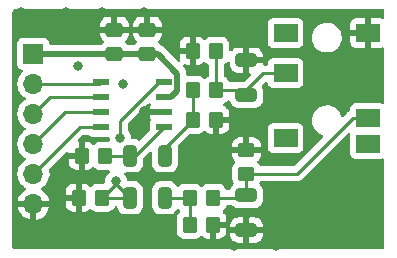
<source format=gbr>
%TF.GenerationSoftware,KiCad,Pcbnew,(6.0.7)*%
%TF.CreationDate,2023-03-19T22:57:20-05:00*%
%TF.ProjectId,CS4334wHeadphoneJack,43533433-3334-4774-9865-616470686f6e,rev?*%
%TF.SameCoordinates,Original*%
%TF.FileFunction,Copper,L1,Top*%
%TF.FilePolarity,Positive*%
%FSLAX46Y46*%
G04 Gerber Fmt 4.6, Leading zero omitted, Abs format (unit mm)*
G04 Created by KiCad (PCBNEW (6.0.7)) date 2023-03-19 22:57:20*
%MOMM*%
%LPD*%
G01*
G04 APERTURE LIST*
G04 Aperture macros list*
%AMRoundRect*
0 Rectangle with rounded corners*
0 $1 Rounding radius*
0 $2 $3 $4 $5 $6 $7 $8 $9 X,Y pos of 4 corners*
0 Add a 4 corners polygon primitive as box body*
4,1,4,$2,$3,$4,$5,$6,$7,$8,$9,$2,$3,0*
0 Add four circle primitives for the rounded corners*
1,1,$1+$1,$2,$3*
1,1,$1+$1,$4,$5*
1,1,$1+$1,$6,$7*
1,1,$1+$1,$8,$9*
0 Add four rect primitives between the rounded corners*
20,1,$1+$1,$2,$3,$4,$5,0*
20,1,$1+$1,$4,$5,$6,$7,0*
20,1,$1+$1,$6,$7,$8,$9,0*
20,1,$1+$1,$8,$9,$2,$3,0*%
G04 Aperture macros list end*
%TA.AperFunction,SMDPad,CuDef*%
%ADD10RoundRect,0.250000X0.650000X-0.325000X0.650000X0.325000X-0.650000X0.325000X-0.650000X-0.325000X0*%
%TD*%
%TA.AperFunction,SMDPad,CuDef*%
%ADD11RoundRect,0.250000X-0.650000X0.325000X-0.650000X-0.325000X0.650000X-0.325000X0.650000X0.325000X0*%
%TD*%
%TA.AperFunction,SMDPad,CuDef*%
%ADD12RoundRect,0.250000X-0.325000X-0.650000X0.325000X-0.650000X0.325000X0.650000X-0.325000X0.650000X0*%
%TD*%
%TA.AperFunction,SMDPad,CuDef*%
%ADD13RoundRect,0.250000X0.350000X0.450000X-0.350000X0.450000X-0.350000X-0.450000X0.350000X-0.450000X0*%
%TD*%
%TA.AperFunction,SMDPad,CuDef*%
%ADD14RoundRect,0.250000X-0.350000X-0.450000X0.350000X-0.450000X0.350000X0.450000X-0.350000X0.450000X0*%
%TD*%
%TA.AperFunction,SMDPad,CuDef*%
%ADD15RoundRect,0.250000X0.450000X-0.350000X0.450000X0.350000X-0.450000X0.350000X-0.450000X-0.350000X0*%
%TD*%
%TA.AperFunction,SMDPad,CuDef*%
%ADD16R,2.006600X1.498600*%
%TD*%
%TA.AperFunction,SMDPad,CuDef*%
%ADD17RoundRect,0.250000X0.475000X-0.337500X0.475000X0.337500X-0.475000X0.337500X-0.475000X-0.337500X0*%
%TD*%
%TA.AperFunction,SMDPad,CuDef*%
%ADD18R,1.397000X0.558800*%
%TD*%
%TA.AperFunction,ComponentPad*%
%ADD19R,1.700000X1.700000*%
%TD*%
%TA.AperFunction,ComponentPad*%
%ADD20O,1.700000X1.700000*%
%TD*%
%TA.AperFunction,ViaPad*%
%ADD21C,0.800000*%
%TD*%
%TA.AperFunction,Conductor*%
%ADD22C,0.254000*%
%TD*%
%TA.AperFunction,Conductor*%
%ADD23C,0.508000*%
%TD*%
G04 APERTURE END LIST*
D10*
%TO.P,C4,1*%
%TO.N,RIGHTOUT*%
X172974000Y-100027000D03*
%TO.P,C4,2*%
%TO.N,GND*%
X172974000Y-97077000D03*
%TD*%
D11*
%TO.P,C3,1*%
%TO.N,LEFTOUT*%
X172974000Y-108507000D03*
%TO.P,C3,2*%
%TO.N,GND*%
X172974000Y-111457000D03*
%TD*%
D12*
%TO.P,C2,1*%
%TO.N,AOUTR*%
X163117000Y-105156000D03*
%TO.P,C2,2*%
%TO.N,Net-(C2-Pad2)*%
X166067000Y-105156000D03*
%TD*%
%TO.P,C1,1*%
%TO.N,AOUTL*%
X163117000Y-108712000D03*
%TO.P,C1,2*%
%TO.N,Net-(C1-Pad2)*%
X166067000Y-108712000D03*
%TD*%
D13*
%TO.P,R1,1*%
%TO.N,AOUTL*%
X160766000Y-108712000D03*
%TO.P,R1,2*%
%TO.N,GND*%
X158766000Y-108712000D03*
%TD*%
%TO.P,R8,1*%
%TO.N,RIGHTOUT*%
X170418000Y-96266000D03*
%TO.P,R8,2*%
%TO.N,GND*%
X168418000Y-96266000D03*
%TD*%
D14*
%TO.P,R4,1*%
%TO.N,Net-(C2-Pad2)*%
X168418000Y-102108000D03*
%TO.P,R4,2*%
%TO.N,GND*%
X170418000Y-102108000D03*
%TD*%
%TO.P,R6,1*%
%TO.N,Net-(C2-Pad2)*%
X168418000Y-99568000D03*
%TO.P,R6,2*%
%TO.N,RIGHTOUT*%
X170418000Y-99568000D03*
%TD*%
D15*
%TO.P,R7,1*%
%TO.N,LEFTOUT*%
X172974000Y-106664000D03*
%TO.P,R7,2*%
%TO.N,GND*%
X172974000Y-104664000D03*
%TD*%
D16*
%TO.P,J2,1,1*%
%TO.N,unconnected-(J2-Pad1)*%
X176286000Y-94746499D03*
%TO.P,J2,2,2*%
%TO.N,GND*%
X183286001Y-94746499D03*
%TO.P,J2,3,3*%
%TO.N,RIGHTOUT*%
X176286000Y-98146500D03*
%TO.P,J2,4,4*%
%TO.N,LEFTOUT*%
X183286001Y-101946500D03*
%TO.P,J2,5,5*%
%TO.N,unconnected-(J2-Pad5)*%
X183286001Y-104146501D03*
%TO.P,J2,6,6*%
%TO.N,unconnected-(J2-Pad6)*%
X176286000Y-103646501D03*
%TD*%
D17*
%TO.P,C6,1*%
%TO.N,+5V*%
X164592000Y-96541500D03*
%TO.P,C6,2*%
%TO.N,GND*%
X164592000Y-94466500D03*
%TD*%
D18*
%TO.P,U1,1,SDATA*%
%TO.N,SDATA*%
X160667700Y-98933000D03*
%TO.P,U1,2,DEM/SCLK*%
%TO.N,SCLK*%
X160667700Y-100203000D03*
%TO.P,U1,3,LRCK*%
%TO.N,LRCK*%
X160667700Y-101473000D03*
%TO.P,U1,4,MCLK*%
%TO.N,MCLK*%
X160667700Y-102743000D03*
%TO.P,U1,5,AOUTR*%
%TO.N,AOUTR*%
X165976300Y-102743000D03*
%TO.P,U1,6,AGND*%
%TO.N,GND*%
X165976300Y-101473000D03*
%TO.P,U1,7,VA*%
%TO.N,+5V*%
X165976300Y-100203000D03*
%TO.P,U1,8,AOUTL*%
%TO.N,AOUTL*%
X165976300Y-98933000D03*
%TD*%
D14*
%TO.P,R3,1*%
%TO.N,Net-(C1-Pad2)*%
X168164000Y-110998000D03*
%TO.P,R3,2*%
%TO.N,GND*%
X170164000Y-110998000D03*
%TD*%
D17*
%TO.P,C5,1*%
%TO.N,+5V*%
X161798000Y-96541500D03*
%TO.P,C5,2*%
%TO.N,GND*%
X161798000Y-94466500D03*
%TD*%
D14*
%TO.P,R5,1*%
%TO.N,Net-(C1-Pad2)*%
X168164000Y-108712000D03*
%TO.P,R5,2*%
%TO.N,LEFTOUT*%
X170164000Y-108712000D03*
%TD*%
D19*
%TO.P,J1,1,Pin_1*%
%TO.N,+5V*%
X154940000Y-96520000D03*
D20*
%TO.P,J1,2,Pin_2*%
%TO.N,SDATA*%
X154940000Y-99060000D03*
%TO.P,J1,3,Pin_3*%
%TO.N,SCLK*%
X154940000Y-101600000D03*
%TO.P,J1,4,Pin_4*%
%TO.N,LRCK*%
X154940000Y-104140000D03*
%TO.P,J1,5,Pin_5*%
%TO.N,MCLK*%
X154940000Y-106680000D03*
%TO.P,J1,6,Pin_6*%
%TO.N,GND*%
X154940000Y-109220000D03*
%TD*%
D13*
%TO.P,R2,1*%
%TO.N,AOUTR*%
X161020000Y-105156000D03*
%TO.P,R2,2*%
%TO.N,GND*%
X159020000Y-105156000D03*
%TD*%
D21*
%TO.N,AOUTL*%
X161925000Y-107315000D03*
%TO.N,*%
X162560000Y-99060000D03*
X158750000Y-97536000D03*
%TO.N,AOUTL*%
X162306000Y-103632000D03*
%TO.N,GND*%
X169164000Y-105410000D03*
X164338000Y-101346000D03*
X178562000Y-93345000D03*
X172212000Y-93472000D03*
X181864000Y-97790000D03*
X164592000Y-111506000D03*
X183642000Y-112649000D03*
X171958000Y-101854000D03*
X183388000Y-109601000D03*
X176022000Y-109220000D03*
X160782000Y-92964000D03*
X168910000Y-93472000D03*
X179959000Y-112649000D03*
X153924000Y-111506000D03*
X157480000Y-94996000D03*
X171958000Y-112776000D03*
X175514000Y-112776000D03*
X161290000Y-111252000D03*
X177673000Y-100457000D03*
X183388000Y-106553000D03*
X164338000Y-92964000D03*
X153924000Y-92964000D03*
X157734000Y-92964000D03*
X179578000Y-109982000D03*
X157480000Y-111252000D03*
%TD*%
D22*
%TO.N,AOUTL*%
X160766000Y-108712000D02*
X163117000Y-108712000D01*
X161925000Y-107553000D02*
X160766000Y-108712000D01*
X161925000Y-107315000D02*
X161925000Y-107553000D01*
X161925000Y-107315000D02*
X161925000Y-107520000D01*
X161925000Y-107520000D02*
X163117000Y-108712000D01*
%TO.N,Net-(C1-Pad2)*%
X166067000Y-108712000D02*
X168164000Y-108712000D01*
%TO.N,LEFTOUT*%
X172974000Y-108507000D02*
X172974000Y-106664000D01*
X172769000Y-108712000D02*
X172974000Y-108507000D01*
X170164000Y-108712000D02*
X172769000Y-108712000D01*
%TO.N,AOUTL*%
X165557200Y-98933000D02*
X162306000Y-102184200D01*
X162306000Y-102184200D02*
X162306000Y-103632000D01*
X165976300Y-98933000D02*
X165557200Y-98933000D01*
%TO.N,Net-(C1-Pad2)*%
X168164000Y-110998000D02*
X168164000Y-108712000D01*
%TO.N,AOUTR*%
X161020000Y-105156000D02*
X163554500Y-105156000D01*
X163554500Y-105156000D02*
X163563300Y-105156000D01*
X163563300Y-105156000D02*
X165976300Y-102743000D01*
%TO.N,Net-(C2-Pad2)*%
X165629500Y-105156000D02*
X165629500Y-104896500D01*
X168418000Y-102108000D02*
X168418000Y-99568000D01*
X165629500Y-104896500D02*
X168418000Y-102108000D01*
%TO.N,LEFTOUT*%
X172974000Y-106664000D02*
X172990000Y-106680000D01*
X172974000Y-106664000D02*
X177245302Y-106664000D01*
X177245302Y-106664000D02*
X181962802Y-101946500D01*
X181962802Y-101946500D02*
X183286001Y-101946500D01*
%TO.N,RIGHTOUT*%
X172974000Y-99589500D02*
X174417000Y-98146500D01*
X170418000Y-96266000D02*
X170418000Y-99568000D01*
X170418000Y-99568000D02*
X172952500Y-99568000D01*
X174417000Y-98146500D02*
X176286000Y-98146500D01*
X172952500Y-99568000D02*
X172974000Y-99589500D01*
X173249500Y-99589500D02*
X172974000Y-99589500D01*
D23*
%TO.N,+5V*%
X165976300Y-100203000D02*
X166592200Y-100203000D01*
X161776500Y-96520000D02*
X161798000Y-96541500D01*
X161798000Y-96541500D02*
X164592000Y-96541500D01*
X154940000Y-96520000D02*
X161776500Y-96520000D01*
X166592200Y-100203000D02*
X167128800Y-99666400D01*
X167128800Y-99666400D02*
X167128800Y-98199600D01*
X167128800Y-98199600D02*
X165470700Y-96541500D01*
X165470700Y-96541500D02*
X164592000Y-96541500D01*
D22*
%TO.N,SDATA*%
X154940000Y-99060000D02*
X160540700Y-99060000D01*
X160540700Y-99060000D02*
X160667700Y-98933000D01*
%TO.N,SCLK*%
X154940000Y-101600000D02*
X156337000Y-100203000D01*
X156337000Y-100203000D02*
X160667700Y-100203000D01*
%TO.N,LRCK*%
X157607000Y-101473000D02*
X160667700Y-101473000D01*
X154940000Y-104140000D02*
X157607000Y-101473000D01*
%TO.N,MCLK*%
X154940000Y-106680000D02*
X158877000Y-102743000D01*
X158877000Y-102743000D02*
X160667700Y-102743000D01*
D23*
%TO.N,GND*%
X164465000Y-101473000D02*
X164338000Y-101346000D01*
X161798000Y-94466500D02*
X164592000Y-94466500D01*
X165976300Y-101473000D02*
X164465000Y-101473000D01*
%TD*%
%TA.AperFunction,Conductor*%
%TO.N,GND*%
G36*
X153640157Y-92690162D02*
G01*
X153646800Y-92693281D01*
X153757386Y-92710500D01*
X184531500Y-92710500D01*
X184599621Y-92730502D01*
X184646114Y-92784158D01*
X184657500Y-92836500D01*
X184657500Y-93410866D01*
X184637498Y-93478987D01*
X184583842Y-93525480D01*
X184513568Y-93535584D01*
X184487270Y-93528848D01*
X184406907Y-93498721D01*
X184391652Y-93495094D01*
X184340787Y-93489568D01*
X184333973Y-93489199D01*
X183558116Y-93489199D01*
X183542877Y-93493674D01*
X183541672Y-93495064D01*
X183540001Y-93502747D01*
X183540001Y-95985683D01*
X183544476Y-96000922D01*
X183545866Y-96002127D01*
X183553549Y-96003798D01*
X184333970Y-96003798D01*
X184340791Y-96003428D01*
X184391653Y-95997904D01*
X184406904Y-95994278D01*
X184487270Y-95964150D01*
X184558077Y-95958967D01*
X184620446Y-95992888D01*
X184654575Y-96055143D01*
X184657500Y-96082132D01*
X184657500Y-100610333D01*
X184637498Y-100678454D01*
X184583842Y-100724947D01*
X184513568Y-100735051D01*
X184487273Y-100728316D01*
X184399617Y-100695455D01*
X184337435Y-100688700D01*
X182234567Y-100688700D01*
X182172385Y-100695455D01*
X182035996Y-100746585D01*
X181919440Y-100833939D01*
X181832086Y-100950495D01*
X181780956Y-101086884D01*
X181774201Y-101149066D01*
X181774201Y-101248477D01*
X181754199Y-101316598D01*
X181707168Y-101356537D01*
X181708408Y-101358633D01*
X181690896Y-101368989D01*
X181673145Y-101377685D01*
X181661587Y-101382261D01*
X181661582Y-101382264D01*
X181654214Y-101385181D01*
X181647799Y-101389842D01*
X181618309Y-101411267D01*
X181608387Y-101417784D01*
X181577030Y-101436328D01*
X181577027Y-101436330D01*
X181570203Y-101440366D01*
X181555816Y-101454753D01*
X181540782Y-101467594D01*
X181531778Y-101474136D01*
X181524315Y-101479558D01*
X181519262Y-101485666D01*
X181496030Y-101513749D01*
X181488040Y-101522529D01*
X181194059Y-101816510D01*
X181131747Y-101850536D01*
X181060932Y-101845471D01*
X181004096Y-101802924D01*
X180984534Y-101764464D01*
X180974386Y-101731475D01*
X180955268Y-101669332D01*
X180920000Y-101601000D01*
X180854861Y-101474797D01*
X180854861Y-101474796D01*
X180852289Y-101469814D01*
X180715606Y-101291685D01*
X180549540Y-101140576D01*
X180419010Y-101058695D01*
X180364094Y-101024246D01*
X180364090Y-101024244D01*
X180359338Y-101021263D01*
X180151015Y-100937518D01*
X179931153Y-100891986D01*
X179926542Y-100891720D01*
X179926541Y-100891720D01*
X179876001Y-100888806D01*
X179875997Y-100888806D01*
X179874178Y-100888701D01*
X179729036Y-100888701D01*
X179726249Y-100888950D01*
X179726243Y-100888950D01*
X179662916Y-100894602D01*
X179562364Y-100903576D01*
X179556950Y-100905057D01*
X179556945Y-100905058D01*
X179454754Y-100933015D01*
X179345795Y-100962823D01*
X179340737Y-100965235D01*
X179340733Y-100965237D01*
X179301092Y-100984145D01*
X179143141Y-101059484D01*
X178960807Y-101190504D01*
X178804556Y-101351742D01*
X178679327Y-101538102D01*
X178589079Y-101743692D01*
X178536665Y-101962015D01*
X178536342Y-101967620D01*
X178525530Y-102155131D01*
X178523740Y-102186169D01*
X178550714Y-102409069D01*
X178616734Y-102623670D01*
X178619304Y-102628650D01*
X178619306Y-102628654D01*
X178705030Y-102794741D01*
X178719713Y-102823188D01*
X178856396Y-103001317D01*
X179022462Y-103152426D01*
X179121050Y-103214270D01*
X179207908Y-103268756D01*
X179207912Y-103268758D01*
X179212664Y-103271739D01*
X179321951Y-103315672D01*
X179410999Y-103351469D01*
X179466744Y-103395435D01*
X179489869Y-103462560D01*
X179473032Y-103531532D01*
X179453098Y-103557471D01*
X177018974Y-105991595D01*
X176956662Y-106025621D01*
X176929879Y-106028500D01*
X174209543Y-106028500D01*
X174141422Y-106008498D01*
X174102399Y-105968803D01*
X174097485Y-105960861D01*
X174022478Y-105839652D01*
X174009214Y-105826411D01*
X173935537Y-105752862D01*
X173901458Y-105690579D01*
X173906461Y-105619759D01*
X173935382Y-105574671D01*
X174017739Y-105492171D01*
X174026751Y-105480760D01*
X174111816Y-105342757D01*
X174117963Y-105329576D01*
X174169138Y-105175290D01*
X174172005Y-105161914D01*
X174181672Y-105067562D01*
X174182000Y-105061146D01*
X174182000Y-104936115D01*
X174177525Y-104920876D01*
X174176135Y-104919671D01*
X174168452Y-104918000D01*
X171784116Y-104918000D01*
X171768877Y-104922475D01*
X171767672Y-104923865D01*
X171766001Y-104931548D01*
X171766001Y-105061095D01*
X171766338Y-105067614D01*
X171776257Y-105163206D01*
X171779149Y-105176600D01*
X171830588Y-105330784D01*
X171836761Y-105343962D01*
X171922063Y-105481807D01*
X171931099Y-105493208D01*
X172012462Y-105574430D01*
X172046541Y-105636713D01*
X172041538Y-105707533D01*
X172012617Y-105752620D01*
X171929870Y-105835512D01*
X171929866Y-105835517D01*
X171924695Y-105840697D01*
X171920855Y-105846927D01*
X171920854Y-105846928D01*
X171846601Y-105967389D01*
X171831885Y-105991262D01*
X171826771Y-106006680D01*
X171786287Y-106128738D01*
X171776203Y-106159139D01*
X171765500Y-106263600D01*
X171765500Y-107064400D01*
X171765837Y-107067646D01*
X171765837Y-107067650D01*
X171772888Y-107135602D01*
X171776474Y-107170166D01*
X171778655Y-107176702D01*
X171778655Y-107176704D01*
X171797374Y-107232812D01*
X171832450Y-107337946D01*
X171836306Y-107344177D01*
X171881497Y-107417205D01*
X171900335Y-107485657D01*
X171879174Y-107553427D01*
X171853831Y-107580936D01*
X171849652Y-107583522D01*
X171724695Y-107708697D01*
X171720855Y-107714927D01*
X171720854Y-107714928D01*
X171638068Y-107849232D01*
X171631885Y-107859262D01*
X171602975Y-107946424D01*
X171588466Y-107990167D01*
X171548036Y-108048527D01*
X171482471Y-108075764D01*
X171468873Y-108076500D01*
X171342530Y-108076500D01*
X171274409Y-108056498D01*
X171227916Y-108002842D01*
X171223006Y-107990376D01*
X171207868Y-107945002D01*
X171205550Y-107938054D01*
X171112478Y-107787652D01*
X170987303Y-107662695D01*
X170981072Y-107658854D01*
X170842968Y-107573725D01*
X170842966Y-107573724D01*
X170836738Y-107569885D01*
X170756995Y-107543436D01*
X170675389Y-107516368D01*
X170675387Y-107516368D01*
X170668861Y-107514203D01*
X170662025Y-107513503D01*
X170662022Y-107513502D01*
X170618969Y-107509091D01*
X170564400Y-107503500D01*
X169763600Y-107503500D01*
X169760354Y-107503837D01*
X169760350Y-107503837D01*
X169664692Y-107513762D01*
X169664688Y-107513763D01*
X169657834Y-107514474D01*
X169651298Y-107516655D01*
X169651296Y-107516655D01*
X169634928Y-107522116D01*
X169490054Y-107570450D01*
X169339652Y-107663522D01*
X169282102Y-107721173D01*
X169253216Y-107750109D01*
X169190934Y-107784188D01*
X169120114Y-107779185D01*
X169075025Y-107750264D01*
X168992483Y-107667866D01*
X168987303Y-107662695D01*
X168981072Y-107658854D01*
X168842968Y-107573725D01*
X168842966Y-107573724D01*
X168836738Y-107569885D01*
X168756995Y-107543436D01*
X168675389Y-107516368D01*
X168675387Y-107516368D01*
X168668861Y-107514203D01*
X168662025Y-107513503D01*
X168662022Y-107513502D01*
X168618969Y-107509091D01*
X168564400Y-107503500D01*
X167763600Y-107503500D01*
X167760354Y-107503837D01*
X167760350Y-107503837D01*
X167664692Y-107513762D01*
X167664688Y-107513763D01*
X167657834Y-107514474D01*
X167651298Y-107516655D01*
X167651296Y-107516655D01*
X167634928Y-107522116D01*
X167490054Y-107570450D01*
X167339652Y-107663522D01*
X167334479Y-107668704D01*
X167265596Y-107737707D01*
X167203313Y-107771786D01*
X167132493Y-107766783D01*
X167075621Y-107724286D01*
X167069279Y-107714992D01*
X166994332Y-107593880D01*
X166990478Y-107587652D01*
X166865303Y-107462695D01*
X166850477Y-107453556D01*
X166720968Y-107373725D01*
X166720966Y-107373724D01*
X166714738Y-107369885D01*
X166554254Y-107316655D01*
X166553389Y-107316368D01*
X166553387Y-107316368D01*
X166546861Y-107314203D01*
X166540025Y-107313503D01*
X166540022Y-107313502D01*
X166490565Y-107308435D01*
X166442400Y-107303500D01*
X165691600Y-107303500D01*
X165688354Y-107303837D01*
X165688350Y-107303837D01*
X165592692Y-107313762D01*
X165592688Y-107313763D01*
X165585834Y-107314474D01*
X165579298Y-107316655D01*
X165579296Y-107316655D01*
X165451226Y-107359383D01*
X165418054Y-107370450D01*
X165267652Y-107463522D01*
X165262479Y-107468704D01*
X165222777Y-107508475D01*
X165142695Y-107588697D01*
X165138855Y-107594927D01*
X165138854Y-107594928D01*
X165068726Y-107708697D01*
X165049885Y-107739262D01*
X165040757Y-107766783D01*
X165006215Y-107870925D01*
X164994203Y-107907139D01*
X164983500Y-108011600D01*
X164983500Y-109412400D01*
X164983837Y-109415646D01*
X164983837Y-109415650D01*
X164992884Y-109502837D01*
X164994474Y-109518166D01*
X164996655Y-109524702D01*
X164996655Y-109524704D01*
X165029265Y-109622446D01*
X165050450Y-109685946D01*
X165143522Y-109836348D01*
X165268697Y-109961305D01*
X165274927Y-109965145D01*
X165274928Y-109965146D01*
X165412090Y-110049694D01*
X165419262Y-110054115D01*
X165463512Y-110068792D01*
X165580611Y-110107632D01*
X165580613Y-110107632D01*
X165587139Y-110109797D01*
X165593975Y-110110497D01*
X165593978Y-110110498D01*
X165637031Y-110114909D01*
X165691600Y-110120500D01*
X166442400Y-110120500D01*
X166445646Y-110120163D01*
X166445650Y-110120163D01*
X166541308Y-110110238D01*
X166541312Y-110110237D01*
X166548166Y-110109526D01*
X166554702Y-110107345D01*
X166554704Y-110107345D01*
X166686806Y-110063272D01*
X166715946Y-110053550D01*
X166866348Y-109960478D01*
X166878111Y-109948695D01*
X166986134Y-109840483D01*
X166991305Y-109835303D01*
X166997633Y-109825038D01*
X167035296Y-109763937D01*
X167069071Y-109709145D01*
X167121842Y-109661652D01*
X167191914Y-109650228D01*
X167257038Y-109678502D01*
X167265347Y-109686087D01*
X167340696Y-109761304D01*
X167339808Y-109762193D01*
X167376568Y-109814039D01*
X167379801Y-109884962D01*
X167344178Y-109946374D01*
X167342786Y-109947583D01*
X167339652Y-109949522D01*
X167334481Y-109954702D01*
X167328715Y-109960478D01*
X167214695Y-110074697D01*
X167210855Y-110080927D01*
X167210854Y-110080928D01*
X167186462Y-110120500D01*
X167121885Y-110225262D01*
X167119581Y-110232209D01*
X167071997Y-110375672D01*
X167066203Y-110393139D01*
X167055500Y-110497600D01*
X167055500Y-111498400D01*
X167055837Y-111501646D01*
X167055837Y-111501650D01*
X167065618Y-111595914D01*
X167066474Y-111604166D01*
X167122450Y-111771946D01*
X167215522Y-111922348D01*
X167340697Y-112047305D01*
X167346927Y-112051145D01*
X167346928Y-112051146D01*
X167484288Y-112135816D01*
X167491262Y-112140115D01*
X167571005Y-112166564D01*
X167652611Y-112193632D01*
X167652613Y-112193632D01*
X167659139Y-112195797D01*
X167665975Y-112196497D01*
X167665978Y-112196498D01*
X167709031Y-112200909D01*
X167763600Y-112206500D01*
X168564400Y-112206500D01*
X168567646Y-112206163D01*
X168567650Y-112206163D01*
X168663308Y-112196238D01*
X168663312Y-112196237D01*
X168670166Y-112195526D01*
X168676702Y-112193345D01*
X168676704Y-112193345D01*
X168808806Y-112149272D01*
X168837946Y-112139550D01*
X168988348Y-112046478D01*
X169075137Y-111959537D01*
X169137421Y-111925458D01*
X169208241Y-111930461D01*
X169253329Y-111959382D01*
X169335829Y-112041739D01*
X169347240Y-112050751D01*
X169485243Y-112135816D01*
X169498424Y-112141963D01*
X169652710Y-112193138D01*
X169666086Y-112196005D01*
X169760438Y-112205672D01*
X169766854Y-112206000D01*
X169891885Y-112206000D01*
X169907124Y-112201525D01*
X169908329Y-112200135D01*
X169910000Y-112192452D01*
X169910000Y-112187884D01*
X170418000Y-112187884D01*
X170422475Y-112203123D01*
X170423865Y-112204328D01*
X170431548Y-112205999D01*
X170561095Y-112205999D01*
X170567614Y-112205662D01*
X170663206Y-112195743D01*
X170676600Y-112192851D01*
X170830784Y-112141412D01*
X170843962Y-112135239D01*
X170981807Y-112049937D01*
X170993208Y-112040901D01*
X171107739Y-111926171D01*
X171116751Y-111914760D01*
X171169555Y-111829095D01*
X171566001Y-111829095D01*
X171566338Y-111835614D01*
X171576257Y-111931206D01*
X171579149Y-111944600D01*
X171630588Y-112098784D01*
X171636761Y-112111962D01*
X171722063Y-112249807D01*
X171731099Y-112261208D01*
X171845829Y-112375739D01*
X171857240Y-112384751D01*
X171995243Y-112469816D01*
X172008424Y-112475963D01*
X172162710Y-112527138D01*
X172176086Y-112530005D01*
X172270438Y-112539672D01*
X172276854Y-112540000D01*
X172701885Y-112540000D01*
X172717124Y-112535525D01*
X172718329Y-112534135D01*
X172720000Y-112526452D01*
X172720000Y-112521884D01*
X173228000Y-112521884D01*
X173232475Y-112537123D01*
X173233865Y-112538328D01*
X173241548Y-112539999D01*
X173671095Y-112539999D01*
X173677614Y-112539662D01*
X173773206Y-112529743D01*
X173786600Y-112526851D01*
X173940784Y-112475412D01*
X173953962Y-112469239D01*
X174091807Y-112383937D01*
X174103208Y-112374901D01*
X174217739Y-112260171D01*
X174226751Y-112248760D01*
X174311816Y-112110757D01*
X174317963Y-112097576D01*
X174369138Y-111943290D01*
X174372005Y-111929914D01*
X174381672Y-111835562D01*
X174382000Y-111829146D01*
X174382000Y-111729115D01*
X174377525Y-111713876D01*
X174376135Y-111712671D01*
X174368452Y-111711000D01*
X173246115Y-111711000D01*
X173230876Y-111715475D01*
X173229671Y-111716865D01*
X173228000Y-111724548D01*
X173228000Y-112521884D01*
X172720000Y-112521884D01*
X172720000Y-111729115D01*
X172715525Y-111713876D01*
X172714135Y-111712671D01*
X172706452Y-111711000D01*
X171584116Y-111711000D01*
X171568877Y-111715475D01*
X171567672Y-111716865D01*
X171566001Y-111724548D01*
X171566001Y-111829095D01*
X171169555Y-111829095D01*
X171201816Y-111776757D01*
X171207963Y-111763576D01*
X171259138Y-111609290D01*
X171262005Y-111595914D01*
X171271672Y-111501562D01*
X171272000Y-111495146D01*
X171272000Y-111270115D01*
X171267525Y-111254876D01*
X171266135Y-111253671D01*
X171258452Y-111252000D01*
X170436115Y-111252000D01*
X170420876Y-111256475D01*
X170419671Y-111257865D01*
X170418000Y-111265548D01*
X170418000Y-112187884D01*
X169910000Y-112187884D01*
X169910000Y-111184885D01*
X171566000Y-111184885D01*
X171570475Y-111200124D01*
X171571865Y-111201329D01*
X171579548Y-111203000D01*
X172701885Y-111203000D01*
X172717124Y-111198525D01*
X172718329Y-111197135D01*
X172720000Y-111189452D01*
X172720000Y-111184885D01*
X173228000Y-111184885D01*
X173232475Y-111200124D01*
X173233865Y-111201329D01*
X173241548Y-111203000D01*
X174363884Y-111203000D01*
X174379123Y-111198525D01*
X174380328Y-111197135D01*
X174381999Y-111189452D01*
X174381999Y-111084905D01*
X174381662Y-111078386D01*
X174371743Y-110982794D01*
X174368851Y-110969400D01*
X174317412Y-110815216D01*
X174311239Y-110802038D01*
X174225937Y-110664193D01*
X174216901Y-110652792D01*
X174102171Y-110538261D01*
X174090760Y-110529249D01*
X173952757Y-110444184D01*
X173939576Y-110438037D01*
X173785290Y-110386862D01*
X173771914Y-110383995D01*
X173677562Y-110374328D01*
X173671145Y-110374000D01*
X173246115Y-110374000D01*
X173230876Y-110378475D01*
X173229671Y-110379865D01*
X173228000Y-110387548D01*
X173228000Y-111184885D01*
X172720000Y-111184885D01*
X172720000Y-110392116D01*
X172715525Y-110376877D01*
X172714135Y-110375672D01*
X172706452Y-110374001D01*
X172276905Y-110374001D01*
X172270386Y-110374338D01*
X172174794Y-110384257D01*
X172161400Y-110387149D01*
X172007216Y-110438588D01*
X171994038Y-110444761D01*
X171856193Y-110530063D01*
X171844792Y-110539099D01*
X171730261Y-110653829D01*
X171721249Y-110665240D01*
X171636184Y-110803243D01*
X171630037Y-110816424D01*
X171578862Y-110970710D01*
X171575995Y-110984086D01*
X171566328Y-111078438D01*
X171566000Y-111084855D01*
X171566000Y-111184885D01*
X169910000Y-111184885D01*
X169910000Y-110870000D01*
X169930002Y-110801879D01*
X169983658Y-110755386D01*
X170036000Y-110744000D01*
X171253884Y-110744000D01*
X171269123Y-110739525D01*
X171270328Y-110738135D01*
X171271999Y-110730452D01*
X171271999Y-110500905D01*
X171271662Y-110494386D01*
X171261743Y-110398794D01*
X171258851Y-110385400D01*
X171207412Y-110231216D01*
X171201239Y-110218038D01*
X171115937Y-110080193D01*
X171106901Y-110068792D01*
X170992174Y-109954264D01*
X170992093Y-109954200D01*
X170992052Y-109954142D01*
X170986991Y-109949090D01*
X170987856Y-109948224D01*
X170951027Y-109896285D01*
X170947792Y-109825362D01*
X170983414Y-109763949D01*
X170985090Y-109762494D01*
X170988348Y-109760478D01*
X171113305Y-109635303D01*
X171141130Y-109590163D01*
X171202275Y-109490968D01*
X171202276Y-109490966D01*
X171206115Y-109484738D01*
X171208723Y-109476876D01*
X171223000Y-109433832D01*
X171263432Y-109375472D01*
X171328996Y-109348236D01*
X171342593Y-109347500D01*
X171714619Y-109347500D01*
X171782740Y-109367502D01*
X171803637Y-109384327D01*
X171850697Y-109431305D01*
X171856927Y-109435145D01*
X171856928Y-109435146D01*
X171994090Y-109519694D01*
X172001262Y-109524115D01*
X172081005Y-109550564D01*
X172162611Y-109577632D01*
X172162613Y-109577632D01*
X172169139Y-109579797D01*
X172175975Y-109580497D01*
X172175978Y-109580498D01*
X172219031Y-109584909D01*
X172273600Y-109590500D01*
X173674400Y-109590500D01*
X173677646Y-109590163D01*
X173677650Y-109590163D01*
X173773308Y-109580238D01*
X173773312Y-109580237D01*
X173780166Y-109579526D01*
X173786702Y-109577345D01*
X173786704Y-109577345D01*
X173918806Y-109533272D01*
X173947946Y-109523550D01*
X174098348Y-109430478D01*
X174223305Y-109305303D01*
X174227146Y-109299072D01*
X174312275Y-109160968D01*
X174312276Y-109160966D01*
X174316115Y-109154738D01*
X174371797Y-108986861D01*
X174372547Y-108979548D01*
X174382172Y-108885598D01*
X174382500Y-108882400D01*
X174382500Y-108131600D01*
X174379295Y-108100710D01*
X174372238Y-108032692D01*
X174372237Y-108032688D01*
X174371526Y-108025834D01*
X174367851Y-108014817D01*
X174317868Y-107865002D01*
X174315550Y-107858054D01*
X174222478Y-107707652D01*
X174097303Y-107582695D01*
X174094580Y-107581017D01*
X174054497Y-107524479D01*
X174051267Y-107453556D01*
X174066394Y-107417400D01*
X174102157Y-107359383D01*
X174154929Y-107311890D01*
X174209416Y-107299500D01*
X177166282Y-107299500D01*
X177177516Y-107300030D01*
X177185021Y-107301708D01*
X177253314Y-107299562D01*
X177257271Y-107299500D01*
X177285285Y-107299500D01*
X177289210Y-107299004D01*
X177289211Y-107299004D01*
X177289306Y-107298992D01*
X177301151Y-107298059D01*
X177330972Y-107297122D01*
X177337584Y-107296914D01*
X177337585Y-107296914D01*
X177345507Y-107296665D01*
X177365051Y-107290987D01*
X177384414Y-107286977D01*
X177396742Y-107285420D01*
X177396744Y-107285420D01*
X177404601Y-107284427D01*
X177411965Y-107281511D01*
X177411970Y-107281510D01*
X177445858Y-107268093D01*
X177457087Y-107264248D01*
X177473767Y-107259402D01*
X177499695Y-107251869D01*
X177506522Y-107247831D01*
X177506525Y-107247830D01*
X177517208Y-107241512D01*
X177534966Y-107232812D01*
X177546517Y-107228239D01*
X177546523Y-107228235D01*
X177553890Y-107225319D01*
X177589793Y-107199234D01*
X177599712Y-107192719D01*
X177631070Y-107174174D01*
X177631074Y-107174171D01*
X177637900Y-107170134D01*
X177652284Y-107155750D01*
X177667318Y-107142909D01*
X177677375Y-107135602D01*
X177683789Y-107130942D01*
X177712080Y-107096744D01*
X177720069Y-107087965D01*
X181559738Y-103248296D01*
X181622050Y-103214270D01*
X181692865Y-103219335D01*
X181749701Y-103261882D01*
X181774512Y-103328402D01*
X181774649Y-103344201D01*
X181774569Y-103345680D01*
X181774201Y-103349067D01*
X181774201Y-104943935D01*
X181780956Y-105006117D01*
X181832086Y-105142506D01*
X181919440Y-105259062D01*
X182035996Y-105346416D01*
X182172385Y-105397546D01*
X182234567Y-105404301D01*
X184337435Y-105404301D01*
X184399617Y-105397546D01*
X184487271Y-105364686D01*
X184558077Y-105359503D01*
X184620446Y-105393424D01*
X184654576Y-105455679D01*
X184657500Y-105482668D01*
X184657500Y-112903500D01*
X184637498Y-112971621D01*
X184583842Y-113018114D01*
X184531500Y-113029500D01*
X153288500Y-113029500D01*
X153220379Y-113009498D01*
X153173886Y-112955842D01*
X153162500Y-112903500D01*
X153162500Y-109487966D01*
X153608257Y-109487966D01*
X153638565Y-109622446D01*
X153641645Y-109632275D01*
X153721770Y-109829603D01*
X153726413Y-109838794D01*
X153837694Y-110020388D01*
X153843777Y-110028699D01*
X153983213Y-110189667D01*
X153990580Y-110196883D01*
X154154434Y-110332916D01*
X154162881Y-110338831D01*
X154346756Y-110446279D01*
X154356042Y-110450729D01*
X154555001Y-110526703D01*
X154564899Y-110529579D01*
X154668250Y-110550606D01*
X154682299Y-110549410D01*
X154686000Y-110539065D01*
X154686000Y-110538517D01*
X155194000Y-110538517D01*
X155198064Y-110552359D01*
X155211478Y-110554393D01*
X155218184Y-110553534D01*
X155228262Y-110551392D01*
X155432255Y-110490191D01*
X155441842Y-110486433D01*
X155633095Y-110392739D01*
X155641945Y-110387464D01*
X155815328Y-110263792D01*
X155823200Y-110257139D01*
X155974052Y-110106812D01*
X155980730Y-110098965D01*
X156105003Y-109926020D01*
X156110313Y-109917183D01*
X156204670Y-109726267D01*
X156208469Y-109716672D01*
X156270377Y-109512910D01*
X156272555Y-109502837D01*
X156273986Y-109491962D01*
X156271775Y-109477778D01*
X156258617Y-109474000D01*
X155212115Y-109474000D01*
X155196876Y-109478475D01*
X155195671Y-109479865D01*
X155194000Y-109487548D01*
X155194000Y-110538517D01*
X154686000Y-110538517D01*
X154686000Y-109492115D01*
X154681525Y-109476876D01*
X154680135Y-109475671D01*
X154672452Y-109474000D01*
X153623225Y-109474000D01*
X153609694Y-109477973D01*
X153608257Y-109487966D01*
X153162500Y-109487966D01*
X153162500Y-109209095D01*
X157658001Y-109209095D01*
X157658338Y-109215614D01*
X157668257Y-109311206D01*
X157671149Y-109324600D01*
X157722588Y-109478784D01*
X157728761Y-109491962D01*
X157814063Y-109629807D01*
X157823099Y-109641208D01*
X157937829Y-109755739D01*
X157949240Y-109764751D01*
X158087243Y-109849816D01*
X158100424Y-109855963D01*
X158254710Y-109907138D01*
X158268086Y-109910005D01*
X158362438Y-109919672D01*
X158368854Y-109920000D01*
X158493885Y-109920000D01*
X158509124Y-109915525D01*
X158510329Y-109914135D01*
X158512000Y-109906452D01*
X158512000Y-108984115D01*
X158507525Y-108968876D01*
X158506135Y-108967671D01*
X158498452Y-108966000D01*
X157676116Y-108966000D01*
X157660877Y-108970475D01*
X157659672Y-108971865D01*
X157658001Y-108979548D01*
X157658001Y-109209095D01*
X153162500Y-109209095D01*
X153162500Y-106646695D01*
X153577251Y-106646695D01*
X153577548Y-106651848D01*
X153577548Y-106651851D01*
X153584234Y-106767808D01*
X153590110Y-106869715D01*
X153591247Y-106874761D01*
X153591248Y-106874767D01*
X153605436Y-106937721D01*
X153639222Y-107087639D01*
X153723266Y-107294616D01*
X153739780Y-107321564D01*
X153826265Y-107462695D01*
X153839987Y-107485088D01*
X153986250Y-107653938D01*
X154102515Y-107750463D01*
X154147310Y-107787652D01*
X154158126Y-107796632D01*
X154231955Y-107839774D01*
X154280679Y-107891412D01*
X154293750Y-107961195D01*
X154267019Y-108026967D01*
X154226562Y-108060327D01*
X154218457Y-108064546D01*
X154209738Y-108070036D01*
X154039433Y-108197905D01*
X154031726Y-108204748D01*
X153884590Y-108358717D01*
X153878104Y-108366727D01*
X153758098Y-108542649D01*
X153753000Y-108551623D01*
X153663338Y-108744783D01*
X153659775Y-108754470D01*
X153604389Y-108954183D01*
X153605912Y-108962607D01*
X153618292Y-108966000D01*
X156258344Y-108966000D01*
X156271875Y-108962027D01*
X156273180Y-108952947D01*
X156231214Y-108785875D01*
X156227894Y-108776124D01*
X156142972Y-108580814D01*
X156138105Y-108571739D01*
X156052805Y-108439885D01*
X157658000Y-108439885D01*
X157662475Y-108455124D01*
X157663865Y-108456329D01*
X157671548Y-108458000D01*
X158493885Y-108458000D01*
X158509124Y-108453525D01*
X158510329Y-108452135D01*
X158512000Y-108444452D01*
X158512000Y-107522116D01*
X158507525Y-107506877D01*
X158506135Y-107505672D01*
X158498452Y-107504001D01*
X158368905Y-107504001D01*
X158362386Y-107504338D01*
X158266794Y-107514257D01*
X158253400Y-107517149D01*
X158099216Y-107568588D01*
X158086038Y-107574761D01*
X157948193Y-107660063D01*
X157936792Y-107669099D01*
X157822261Y-107783829D01*
X157813249Y-107795240D01*
X157728184Y-107933243D01*
X157722037Y-107946424D01*
X157670862Y-108100710D01*
X157667995Y-108114086D01*
X157658328Y-108208438D01*
X157658000Y-108214855D01*
X157658000Y-108439885D01*
X156052805Y-108439885D01*
X156022426Y-108392926D01*
X156016136Y-108384757D01*
X155872806Y-108227240D01*
X155865273Y-108220215D01*
X155698139Y-108088222D01*
X155689556Y-108082520D01*
X155652602Y-108062120D01*
X155602631Y-108011687D01*
X155587859Y-107942245D01*
X155612975Y-107875839D01*
X155640327Y-107849232D01*
X155663797Y-107832491D01*
X155819860Y-107721173D01*
X155833429Y-107707652D01*
X155946547Y-107594928D01*
X155978096Y-107563489D01*
X156010698Y-107518119D01*
X156105435Y-107386277D01*
X156108453Y-107382077D01*
X156114200Y-107370450D01*
X156205136Y-107186453D01*
X156205137Y-107186451D01*
X156207430Y-107181811D01*
X156272370Y-106968069D01*
X156301529Y-106746590D01*
X156303156Y-106680000D01*
X156284852Y-106457361D01*
X156261445Y-106364172D01*
X156257389Y-106348024D01*
X156260194Y-106277083D01*
X156290498Y-106228234D01*
X156865637Y-105653095D01*
X157912001Y-105653095D01*
X157912338Y-105659614D01*
X157922257Y-105755206D01*
X157925149Y-105768600D01*
X157976588Y-105922784D01*
X157982761Y-105935962D01*
X158068063Y-106073807D01*
X158077099Y-106085208D01*
X158191829Y-106199739D01*
X158203240Y-106208751D01*
X158341243Y-106293816D01*
X158354424Y-106299963D01*
X158508710Y-106351138D01*
X158522086Y-106354005D01*
X158616438Y-106363672D01*
X158622854Y-106364000D01*
X158747885Y-106364000D01*
X158763124Y-106359525D01*
X158764329Y-106358135D01*
X158766000Y-106350452D01*
X158766000Y-105428115D01*
X158761525Y-105412876D01*
X158760135Y-105411671D01*
X158752452Y-105410000D01*
X157930116Y-105410000D01*
X157914877Y-105414475D01*
X157913672Y-105415865D01*
X157912001Y-105423548D01*
X157912001Y-105653095D01*
X156865637Y-105653095D01*
X157698930Y-104819803D01*
X157761242Y-104785777D01*
X157832058Y-104790842D01*
X157888893Y-104833389D01*
X157908921Y-104873399D01*
X157916475Y-104899124D01*
X157917865Y-104900329D01*
X157925548Y-104902000D01*
X158747885Y-104902000D01*
X158763124Y-104897525D01*
X158764329Y-104896135D01*
X158766000Y-104888452D01*
X158766000Y-103966116D01*
X158761526Y-103950878D01*
X158760043Y-103949593D01*
X158721659Y-103889867D01*
X158721659Y-103818871D01*
X158753460Y-103765273D01*
X159103328Y-103415405D01*
X159165640Y-103381379D01*
X159192423Y-103378500D01*
X159554409Y-103378500D01*
X159622530Y-103398502D01*
X159629969Y-103403671D01*
X159722495Y-103473015D01*
X159858884Y-103524145D01*
X159921066Y-103530900D01*
X161268419Y-103530900D01*
X161336540Y-103550902D01*
X161383033Y-103604558D01*
X161393729Y-103643729D01*
X161406504Y-103765273D01*
X161411029Y-103808330D01*
X161398257Y-103878168D01*
X161349755Y-103930015D01*
X161285719Y-103947500D01*
X160619600Y-103947500D01*
X160616354Y-103947837D01*
X160616350Y-103947837D01*
X160520692Y-103957762D01*
X160520688Y-103957763D01*
X160513834Y-103958474D01*
X160507298Y-103960655D01*
X160507296Y-103960655D01*
X160397710Y-103997216D01*
X160346054Y-104014450D01*
X160195652Y-104107522D01*
X160190479Y-104112704D01*
X160108862Y-104194463D01*
X160046579Y-104228542D01*
X159975759Y-104223539D01*
X159930671Y-104194618D01*
X159848171Y-104112261D01*
X159836760Y-104103249D01*
X159698757Y-104018184D01*
X159685576Y-104012037D01*
X159531290Y-103960862D01*
X159517914Y-103957995D01*
X159423562Y-103948328D01*
X159417145Y-103948000D01*
X159292115Y-103948000D01*
X159276876Y-103952475D01*
X159275671Y-103953865D01*
X159274000Y-103961548D01*
X159274000Y-106345884D01*
X159278475Y-106361123D01*
X159279865Y-106362328D01*
X159287548Y-106363999D01*
X159417095Y-106363999D01*
X159423614Y-106363662D01*
X159519206Y-106353743D01*
X159532600Y-106350851D01*
X159686784Y-106299412D01*
X159699962Y-106293239D01*
X159837807Y-106207937D01*
X159849208Y-106198901D01*
X159930430Y-106117538D01*
X159992713Y-106083459D01*
X160063533Y-106088462D01*
X160108620Y-106117383D01*
X160191512Y-106200130D01*
X160191517Y-106200134D01*
X160196697Y-106205305D01*
X160202927Y-106209145D01*
X160202928Y-106209146D01*
X160340288Y-106293816D01*
X160347262Y-106298115D01*
X160427005Y-106324564D01*
X160508611Y-106351632D01*
X160508613Y-106351632D01*
X160515139Y-106353797D01*
X160521975Y-106354497D01*
X160521978Y-106354498D01*
X160565031Y-106358909D01*
X160619600Y-106364500D01*
X161299831Y-106364500D01*
X161367952Y-106384502D01*
X161414445Y-106438158D01*
X161424549Y-106508432D01*
X161395055Y-106573012D01*
X161373892Y-106592436D01*
X161313747Y-106636134D01*
X161309326Y-106641044D01*
X161309325Y-106641045D01*
X161211305Y-106749908D01*
X161185960Y-106778056D01*
X161090473Y-106943444D01*
X161031458Y-107125072D01*
X161030768Y-107131633D01*
X161030768Y-107131635D01*
X161024348Y-107192719D01*
X161011496Y-107315000D01*
X161013178Y-107330998D01*
X161016681Y-107364329D01*
X161003909Y-107434167D01*
X160955407Y-107486014D01*
X160891371Y-107503500D01*
X160365600Y-107503500D01*
X160362354Y-107503837D01*
X160362350Y-107503837D01*
X160266692Y-107513762D01*
X160266688Y-107513763D01*
X160259834Y-107514474D01*
X160253298Y-107516655D01*
X160253296Y-107516655D01*
X160236928Y-107522116D01*
X160092054Y-107570450D01*
X159941652Y-107663522D01*
X159936479Y-107668704D01*
X159854862Y-107750463D01*
X159792579Y-107784542D01*
X159721759Y-107779539D01*
X159676671Y-107750618D01*
X159594171Y-107668261D01*
X159582760Y-107659249D01*
X159444757Y-107574184D01*
X159431576Y-107568037D01*
X159277290Y-107516862D01*
X159263914Y-107513995D01*
X159169562Y-107504328D01*
X159163145Y-107504000D01*
X159038115Y-107504000D01*
X159022876Y-107508475D01*
X159021671Y-107509865D01*
X159020000Y-107517548D01*
X159020000Y-109901884D01*
X159024475Y-109917123D01*
X159025865Y-109918328D01*
X159033548Y-109919999D01*
X159163095Y-109919999D01*
X159169614Y-109919662D01*
X159265206Y-109909743D01*
X159278600Y-109906851D01*
X159432784Y-109855412D01*
X159445962Y-109849239D01*
X159583807Y-109763937D01*
X159595208Y-109754901D01*
X159676430Y-109673538D01*
X159738713Y-109639459D01*
X159809533Y-109644462D01*
X159854620Y-109673383D01*
X159937512Y-109756130D01*
X159937517Y-109756134D01*
X159942697Y-109761305D01*
X159948927Y-109765145D01*
X159948928Y-109765146D01*
X160086288Y-109849816D01*
X160093262Y-109854115D01*
X160100302Y-109856450D01*
X160254611Y-109907632D01*
X160254613Y-109907632D01*
X160261139Y-109909797D01*
X160267975Y-109910497D01*
X160267978Y-109910498D01*
X160311031Y-109914909D01*
X160365600Y-109920500D01*
X161166400Y-109920500D01*
X161169646Y-109920163D01*
X161169650Y-109920163D01*
X161265308Y-109910238D01*
X161265312Y-109910237D01*
X161272166Y-109909526D01*
X161278702Y-109907345D01*
X161278704Y-109907345D01*
X161431254Y-109856450D01*
X161439946Y-109853550D01*
X161590348Y-109760478D01*
X161715305Y-109635303D01*
X161808115Y-109484738D01*
X161808403Y-109483871D01*
X161853578Y-109432561D01*
X161921855Y-109413099D01*
X161989815Y-109433639D01*
X162035882Y-109487661D01*
X162043824Y-109511905D01*
X162044474Y-109518166D01*
X162046653Y-109524696D01*
X162046653Y-109524698D01*
X162079265Y-109622446D01*
X162100450Y-109685946D01*
X162193522Y-109836348D01*
X162318697Y-109961305D01*
X162324927Y-109965145D01*
X162324928Y-109965146D01*
X162462090Y-110049694D01*
X162469262Y-110054115D01*
X162513512Y-110068792D01*
X162630611Y-110107632D01*
X162630613Y-110107632D01*
X162637139Y-110109797D01*
X162643975Y-110110497D01*
X162643978Y-110110498D01*
X162687031Y-110114909D01*
X162741600Y-110120500D01*
X163492400Y-110120500D01*
X163495646Y-110120163D01*
X163495650Y-110120163D01*
X163591308Y-110110238D01*
X163591312Y-110110237D01*
X163598166Y-110109526D01*
X163604702Y-110107345D01*
X163604704Y-110107345D01*
X163736806Y-110063272D01*
X163765946Y-110053550D01*
X163916348Y-109960478D01*
X163928111Y-109948695D01*
X164036134Y-109840483D01*
X164041305Y-109835303D01*
X164047433Y-109825362D01*
X164130275Y-109690968D01*
X164130276Y-109690966D01*
X164134115Y-109684738D01*
X164169640Y-109577632D01*
X164187632Y-109523389D01*
X164187632Y-109523387D01*
X164189797Y-109516861D01*
X164192333Y-109492115D01*
X164199093Y-109426134D01*
X164200500Y-109412400D01*
X164200500Y-108011600D01*
X164200163Y-108008350D01*
X164190238Y-107912692D01*
X164190237Y-107912688D01*
X164189526Y-107905834D01*
X164184715Y-107891412D01*
X164135868Y-107745002D01*
X164133550Y-107738054D01*
X164040478Y-107587652D01*
X163915303Y-107462695D01*
X163900477Y-107453556D01*
X163770968Y-107373725D01*
X163770966Y-107373724D01*
X163764738Y-107369885D01*
X163604254Y-107316655D01*
X163603389Y-107316368D01*
X163603387Y-107316368D01*
X163596861Y-107314203D01*
X163590025Y-107313503D01*
X163590022Y-107313502D01*
X163540565Y-107308435D01*
X163492400Y-107303500D01*
X162950746Y-107303500D01*
X162882625Y-107283498D01*
X162836132Y-107229842D01*
X162825436Y-107190669D01*
X162823985Y-107176857D01*
X162818542Y-107125072D01*
X162759527Y-106943444D01*
X162664040Y-106778056D01*
X162659620Y-106773148D01*
X162655741Y-106767808D01*
X162657236Y-106766722D01*
X162630400Y-106710809D01*
X162639161Y-106640355D01*
X162684621Y-106585822D01*
X162754753Y-106564500D01*
X163492400Y-106564500D01*
X163495646Y-106564163D01*
X163495650Y-106564163D01*
X163591308Y-106554238D01*
X163591312Y-106554237D01*
X163598166Y-106553526D01*
X163604702Y-106551345D01*
X163604704Y-106551345D01*
X163736806Y-106507272D01*
X163765946Y-106497550D01*
X163916348Y-106404478D01*
X163959628Y-106361123D01*
X164036134Y-106284483D01*
X164041305Y-106279303D01*
X164072785Y-106228234D01*
X164130275Y-106134968D01*
X164130276Y-106134966D01*
X164134115Y-106128738D01*
X164179603Y-105991595D01*
X164187632Y-105967389D01*
X164187632Y-105967387D01*
X164189797Y-105960861D01*
X164200500Y-105856400D01*
X164200500Y-105469722D01*
X164220502Y-105401601D01*
X164237405Y-105380627D01*
X164768405Y-104849627D01*
X164830717Y-104815601D01*
X164901532Y-104820666D01*
X164958368Y-104863213D01*
X164983179Y-104929733D01*
X164983500Y-104938722D01*
X164983500Y-105856400D01*
X164983837Y-105859646D01*
X164983837Y-105859650D01*
X164990388Y-105922784D01*
X164994474Y-105962166D01*
X164996655Y-105968702D01*
X164996655Y-105968704D01*
X165010891Y-106011375D01*
X165050450Y-106129946D01*
X165143522Y-106280348D01*
X165268697Y-106405305D01*
X165274927Y-106409145D01*
X165274928Y-106409146D01*
X165412090Y-106493694D01*
X165419262Y-106498115D01*
X165450367Y-106508432D01*
X165580611Y-106551632D01*
X165580613Y-106551632D01*
X165587139Y-106553797D01*
X165593975Y-106554497D01*
X165593978Y-106554498D01*
X165637031Y-106558909D01*
X165691600Y-106564500D01*
X166442400Y-106564500D01*
X166445646Y-106564163D01*
X166445650Y-106564163D01*
X166541308Y-106554238D01*
X166541312Y-106554237D01*
X166548166Y-106553526D01*
X166554702Y-106551345D01*
X166554704Y-106551345D01*
X166686806Y-106507272D01*
X166715946Y-106497550D01*
X166866348Y-106404478D01*
X166909628Y-106361123D01*
X166986134Y-106284483D01*
X166991305Y-106279303D01*
X167022785Y-106228234D01*
X167080275Y-106134968D01*
X167080276Y-106134966D01*
X167084115Y-106128738D01*
X167129603Y-105991595D01*
X167137632Y-105967389D01*
X167137632Y-105967387D01*
X167139797Y-105960861D01*
X167150500Y-105856400D01*
X167150500Y-104455600D01*
X167149290Y-104443935D01*
X174774200Y-104443935D01*
X174780955Y-104506117D01*
X174832085Y-104642506D01*
X174919439Y-104759062D01*
X175035995Y-104846416D01*
X175172384Y-104897546D01*
X175234566Y-104904301D01*
X177337434Y-104904301D01*
X177399616Y-104897546D01*
X177536005Y-104846416D01*
X177652561Y-104759062D01*
X177739915Y-104642506D01*
X177791045Y-104506117D01*
X177797800Y-104443935D01*
X177797800Y-102849067D01*
X177791045Y-102786885D01*
X177739915Y-102650496D01*
X177652561Y-102533940D01*
X177536005Y-102446586D01*
X177399616Y-102395456D01*
X177337434Y-102388701D01*
X175234566Y-102388701D01*
X175172384Y-102395456D01*
X175035995Y-102446586D01*
X174919439Y-102533940D01*
X174832085Y-102650496D01*
X174780955Y-102786885D01*
X174774200Y-102849067D01*
X174774200Y-104443935D01*
X167149290Y-104443935D01*
X167143889Y-104391885D01*
X171766000Y-104391885D01*
X171770475Y-104407124D01*
X171771865Y-104408329D01*
X171779548Y-104410000D01*
X172701885Y-104410000D01*
X172717124Y-104405525D01*
X172718329Y-104404135D01*
X172720000Y-104396452D01*
X172720000Y-104391885D01*
X173228000Y-104391885D01*
X173232475Y-104407124D01*
X173233865Y-104408329D01*
X173241548Y-104410000D01*
X174163884Y-104410000D01*
X174179123Y-104405525D01*
X174180328Y-104404135D01*
X174181999Y-104396452D01*
X174181999Y-104266905D01*
X174181662Y-104260386D01*
X174171743Y-104164794D01*
X174168851Y-104151400D01*
X174117412Y-103997216D01*
X174111239Y-103984038D01*
X174025937Y-103846193D01*
X174016901Y-103834792D01*
X173902171Y-103720261D01*
X173890760Y-103711249D01*
X173752757Y-103626184D01*
X173739576Y-103620037D01*
X173585290Y-103568862D01*
X173571914Y-103565995D01*
X173477562Y-103556328D01*
X173471145Y-103556000D01*
X173246115Y-103556000D01*
X173230876Y-103560475D01*
X173229671Y-103561865D01*
X173228000Y-103569548D01*
X173228000Y-104391885D01*
X172720000Y-104391885D01*
X172720000Y-103574116D01*
X172715525Y-103558877D01*
X172714135Y-103557672D01*
X172706452Y-103556001D01*
X172476905Y-103556001D01*
X172470386Y-103556338D01*
X172374794Y-103566257D01*
X172361400Y-103569149D01*
X172207216Y-103620588D01*
X172194038Y-103626761D01*
X172056193Y-103712063D01*
X172044792Y-103721099D01*
X171930261Y-103835829D01*
X171921249Y-103847240D01*
X171836184Y-103985243D01*
X171830037Y-103998424D01*
X171778862Y-104152710D01*
X171775995Y-104166086D01*
X171766328Y-104260438D01*
X171766000Y-104266855D01*
X171766000Y-104391885D01*
X167143889Y-104391885D01*
X167139642Y-104350955D01*
X167152506Y-104281136D01*
X167175871Y-104248861D01*
X168071330Y-103353403D01*
X168133640Y-103319379D01*
X168160423Y-103316500D01*
X168818400Y-103316500D01*
X168821646Y-103316163D01*
X168821650Y-103316163D01*
X168917308Y-103306238D01*
X168917312Y-103306237D01*
X168924166Y-103305526D01*
X168930702Y-103303345D01*
X168930704Y-103303345D01*
X169084998Y-103251868D01*
X169091946Y-103249550D01*
X169242348Y-103156478D01*
X169303663Y-103095056D01*
X169329138Y-103069537D01*
X169391421Y-103035458D01*
X169462241Y-103040461D01*
X169507329Y-103069382D01*
X169589829Y-103151739D01*
X169601240Y-103160751D01*
X169739243Y-103245816D01*
X169752424Y-103251963D01*
X169906710Y-103303138D01*
X169920086Y-103306005D01*
X170014438Y-103315672D01*
X170020854Y-103316000D01*
X170145885Y-103316000D01*
X170161124Y-103311525D01*
X170162329Y-103310135D01*
X170164000Y-103302452D01*
X170164000Y-103297884D01*
X170672000Y-103297884D01*
X170676475Y-103313123D01*
X170677865Y-103314328D01*
X170685548Y-103315999D01*
X170815095Y-103315999D01*
X170821614Y-103315662D01*
X170917206Y-103305743D01*
X170930600Y-103302851D01*
X171084784Y-103251412D01*
X171097962Y-103245239D01*
X171235807Y-103159937D01*
X171247208Y-103150901D01*
X171361739Y-103036171D01*
X171370751Y-103024760D01*
X171455816Y-102886757D01*
X171461963Y-102873576D01*
X171513138Y-102719290D01*
X171516005Y-102705914D01*
X171525672Y-102611562D01*
X171526000Y-102605146D01*
X171526000Y-102380115D01*
X171521525Y-102364876D01*
X171520135Y-102363671D01*
X171512452Y-102362000D01*
X170690115Y-102362000D01*
X170674876Y-102366475D01*
X170673671Y-102367865D01*
X170672000Y-102375548D01*
X170672000Y-103297884D01*
X170164000Y-103297884D01*
X170164000Y-101980000D01*
X170184002Y-101911879D01*
X170237658Y-101865386D01*
X170290000Y-101854000D01*
X171507884Y-101854000D01*
X171523123Y-101849525D01*
X171524328Y-101848135D01*
X171525999Y-101840452D01*
X171525999Y-101610905D01*
X171525662Y-101604386D01*
X171515743Y-101508794D01*
X171512851Y-101495400D01*
X171461412Y-101341216D01*
X171455239Y-101328038D01*
X171369937Y-101190193D01*
X171360901Y-101178792D01*
X171246171Y-101064261D01*
X171234760Y-101055249D01*
X171096757Y-100970184D01*
X171083571Y-100964035D01*
X171064775Y-100957800D01*
X171006416Y-100917369D01*
X170979180Y-100851804D01*
X170991714Y-100781923D01*
X171040040Y-100729912D01*
X171064568Y-100718684D01*
X171083344Y-100712420D01*
X171091946Y-100709550D01*
X171242348Y-100616478D01*
X171367305Y-100491303D01*
X171367701Y-100490661D01*
X171423416Y-100451159D01*
X171494339Y-100447927D01*
X171555750Y-100483552D01*
X171583904Y-100530436D01*
X171632450Y-100675946D01*
X171725522Y-100826348D01*
X171850697Y-100951305D01*
X171856927Y-100955145D01*
X171856928Y-100955146D01*
X171994090Y-101039694D01*
X172001262Y-101044115D01*
X172047713Y-101059522D01*
X172162611Y-101097632D01*
X172162613Y-101097632D01*
X172169139Y-101099797D01*
X172175975Y-101100497D01*
X172175978Y-101100498D01*
X172219031Y-101104909D01*
X172273600Y-101110500D01*
X173674400Y-101110500D01*
X173677646Y-101110163D01*
X173677650Y-101110163D01*
X173773308Y-101100238D01*
X173773312Y-101100237D01*
X173780166Y-101099526D01*
X173786702Y-101097345D01*
X173786704Y-101097345D01*
X173937569Y-101047012D01*
X173947946Y-101043550D01*
X174098348Y-100950478D01*
X174223305Y-100825303D01*
X174236718Y-100803543D01*
X174312275Y-100680968D01*
X174312276Y-100680966D01*
X174316115Y-100674738D01*
X174348357Y-100577530D01*
X174369632Y-100513389D01*
X174369632Y-100513387D01*
X174371797Y-100506861D01*
X174382500Y-100402400D01*
X174382500Y-99651600D01*
X174382163Y-99648350D01*
X174372238Y-99552692D01*
X174372237Y-99552688D01*
X174371526Y-99545834D01*
X174315550Y-99378054D01*
X174279608Y-99319973D01*
X174260770Y-99251522D01*
X174281931Y-99183752D01*
X174297657Y-99164575D01*
X174563168Y-98899064D01*
X174625480Y-98865038D01*
X174696295Y-98870103D01*
X174753131Y-98912650D01*
X174777526Y-98974551D01*
X174780955Y-99006116D01*
X174832085Y-99142505D01*
X174919439Y-99259061D01*
X175035995Y-99346415D01*
X175172384Y-99397545D01*
X175234566Y-99404300D01*
X177337434Y-99404300D01*
X177399616Y-99397545D01*
X177536005Y-99346415D01*
X177652561Y-99259061D01*
X177739915Y-99142505D01*
X177791045Y-99006116D01*
X177797800Y-98943934D01*
X177797800Y-97349066D01*
X177791045Y-97286884D01*
X177739915Y-97150495D01*
X177652561Y-97033939D01*
X177536005Y-96946585D01*
X177399616Y-96895455D01*
X177337434Y-96888700D01*
X175234566Y-96888700D01*
X175172384Y-96895455D01*
X175035995Y-96946585D01*
X174919439Y-97033939D01*
X174832085Y-97150495D01*
X174780955Y-97286884D01*
X174774200Y-97349066D01*
X174774200Y-97385000D01*
X174754198Y-97453121D01*
X174700542Y-97499614D01*
X174648200Y-97511000D01*
X174508000Y-97511000D01*
X174439879Y-97490998D01*
X174393386Y-97437342D01*
X174382000Y-97385000D01*
X174382000Y-97349115D01*
X174377525Y-97333876D01*
X174376135Y-97332671D01*
X174368452Y-97331000D01*
X173246115Y-97331000D01*
X173230876Y-97335475D01*
X173229671Y-97336865D01*
X173228000Y-97344548D01*
X173228000Y-98141884D01*
X173232475Y-98157123D01*
X173235513Y-98159756D01*
X173294573Y-98192005D01*
X173328598Y-98254318D01*
X173323532Y-98325134D01*
X173294572Y-98370195D01*
X172769172Y-98895595D01*
X172706860Y-98929621D01*
X172680077Y-98932500D01*
X171596530Y-98932500D01*
X171528409Y-98912498D01*
X171481916Y-98858842D01*
X171477006Y-98846376D01*
X171461868Y-98801002D01*
X171459550Y-98794054D01*
X171366478Y-98643652D01*
X171241303Y-98518695D01*
X171235072Y-98514854D01*
X171113384Y-98439844D01*
X171065890Y-98387071D01*
X171053500Y-98332584D01*
X171053500Y-97501543D01*
X171073502Y-97433422D01*
X171113196Y-97394400D01*
X171242348Y-97314478D01*
X171329137Y-97227538D01*
X171350828Y-97205809D01*
X171413111Y-97171730D01*
X171483931Y-97176733D01*
X171540803Y-97219230D01*
X171565672Y-97285729D01*
X171566001Y-97294827D01*
X171566001Y-97449095D01*
X171566338Y-97455614D01*
X171576257Y-97551206D01*
X171579149Y-97564600D01*
X171630588Y-97718784D01*
X171636761Y-97731962D01*
X171722063Y-97869807D01*
X171731099Y-97881208D01*
X171845829Y-97995739D01*
X171857240Y-98004751D01*
X171995243Y-98089816D01*
X172008424Y-98095963D01*
X172162710Y-98147138D01*
X172176086Y-98150005D01*
X172270438Y-98159672D01*
X172276854Y-98160000D01*
X172701885Y-98160000D01*
X172717124Y-98155525D01*
X172718329Y-98154135D01*
X172720000Y-98146452D01*
X172720000Y-96804885D01*
X173228000Y-96804885D01*
X173232475Y-96820124D01*
X173233865Y-96821329D01*
X173241548Y-96823000D01*
X174363884Y-96823000D01*
X174379123Y-96818525D01*
X174380328Y-96817135D01*
X174381999Y-96809452D01*
X174381999Y-96704905D01*
X174381662Y-96698386D01*
X174371743Y-96602794D01*
X174368851Y-96589400D01*
X174317412Y-96435216D01*
X174311239Y-96422038D01*
X174225937Y-96284193D01*
X174216901Y-96272792D01*
X174102171Y-96158261D01*
X174090760Y-96149249D01*
X173952757Y-96064184D01*
X173939576Y-96058037D01*
X173785290Y-96006862D01*
X173771914Y-96003995D01*
X173677562Y-95994328D01*
X173671145Y-95994000D01*
X173246115Y-95994000D01*
X173230876Y-95998475D01*
X173229671Y-95999865D01*
X173228000Y-96007548D01*
X173228000Y-96804885D01*
X172720000Y-96804885D01*
X172720000Y-96012116D01*
X172715525Y-95996877D01*
X172714135Y-95995672D01*
X172706452Y-95994001D01*
X172276905Y-95994001D01*
X172270386Y-95994338D01*
X172174794Y-96004257D01*
X172161400Y-96007149D01*
X172007216Y-96058588D01*
X171994038Y-96064761D01*
X171856193Y-96150063D01*
X171844792Y-96159099D01*
X171741673Y-96262397D01*
X171679390Y-96296476D01*
X171608570Y-96291473D01*
X171551697Y-96248975D01*
X171526829Y-96182477D01*
X171526500Y-96173379D01*
X171526500Y-95765600D01*
X171525390Y-95754899D01*
X171516238Y-95666692D01*
X171516237Y-95666688D01*
X171515526Y-95659834D01*
X171503461Y-95623669D01*
X171476858Y-95543933D01*
X174774200Y-95543933D01*
X174780955Y-95606115D01*
X174832085Y-95742504D01*
X174919439Y-95859060D01*
X175035995Y-95946414D01*
X175172384Y-95997544D01*
X175234566Y-96004299D01*
X177337434Y-96004299D01*
X177399616Y-95997544D01*
X177536005Y-95946414D01*
X177652561Y-95859060D01*
X177739915Y-95742504D01*
X177791045Y-95606115D01*
X177797800Y-95543933D01*
X177797800Y-95186168D01*
X178523740Y-95186168D01*
X178550714Y-95409068D01*
X178616734Y-95623669D01*
X178619304Y-95628649D01*
X178619306Y-95628653D01*
X178688358Y-95762438D01*
X178719713Y-95823187D01*
X178856396Y-96001316D01*
X179022462Y-96152425D01*
X179138542Y-96225241D01*
X179207908Y-96268755D01*
X179207912Y-96268757D01*
X179212664Y-96271738D01*
X179420987Y-96355483D01*
X179640849Y-96401015D01*
X179645460Y-96401281D01*
X179645461Y-96401281D01*
X179696001Y-96404195D01*
X179696005Y-96404195D01*
X179697824Y-96404300D01*
X179842966Y-96404300D01*
X179845753Y-96404051D01*
X179845759Y-96404051D01*
X179915680Y-96397811D01*
X180009638Y-96389425D01*
X180015052Y-96387944D01*
X180015057Y-96387943D01*
X180142987Y-96352945D01*
X180226207Y-96330178D01*
X180231265Y-96327766D01*
X180231269Y-96327764D01*
X180354983Y-96268755D01*
X180428861Y-96233517D01*
X180611195Y-96102497D01*
X180706356Y-96004299D01*
X180763538Y-95945292D01*
X180763539Y-95945290D01*
X180767446Y-95941259D01*
X180892675Y-95754899D01*
X180982923Y-95549309D01*
X180985045Y-95540468D01*
X181774702Y-95540468D01*
X181775072Y-95547289D01*
X181780596Y-95598151D01*
X181784222Y-95613403D01*
X181829377Y-95733853D01*
X181837915Y-95749448D01*
X181914416Y-95851523D01*
X181926977Y-95864084D01*
X182029052Y-95940585D01*
X182044647Y-95949123D01*
X182165095Y-95994277D01*
X182180350Y-95997904D01*
X182231215Y-96003430D01*
X182238029Y-96003799D01*
X183013886Y-96003799D01*
X183029125Y-95999324D01*
X183030330Y-95997934D01*
X183032001Y-95990251D01*
X183032001Y-95018614D01*
X183027526Y-95003375D01*
X183026136Y-95002170D01*
X183018453Y-95000499D01*
X181792817Y-95000499D01*
X181777578Y-95004974D01*
X181776373Y-95006364D01*
X181774702Y-95014047D01*
X181774702Y-95540468D01*
X180985045Y-95540468D01*
X181017929Y-95403496D01*
X181034027Y-95336443D01*
X181034027Y-95336442D01*
X181035337Y-95330986D01*
X181040378Y-95243568D01*
X181047939Y-95112439D01*
X181047939Y-95112436D01*
X181048262Y-95106832D01*
X181021288Y-94883932D01*
X180955268Y-94669331D01*
X180861689Y-94488024D01*
X180854861Y-94474796D01*
X180854861Y-94474795D01*
X180854649Y-94474384D01*
X181774701Y-94474384D01*
X181779176Y-94489623D01*
X181780566Y-94490828D01*
X181788249Y-94492499D01*
X183013886Y-94492499D01*
X183029125Y-94488024D01*
X183030330Y-94486634D01*
X183032001Y-94478951D01*
X183032001Y-93507315D01*
X183027526Y-93492076D01*
X183026136Y-93490871D01*
X183018453Y-93489200D01*
X182238032Y-93489200D01*
X182231211Y-93489570D01*
X182180349Y-93495094D01*
X182165097Y-93498720D01*
X182044647Y-93543875D01*
X182029052Y-93552413D01*
X181926977Y-93628914D01*
X181914416Y-93641475D01*
X181837915Y-93743550D01*
X181829377Y-93759145D01*
X181784223Y-93879593D01*
X181780596Y-93894848D01*
X181775070Y-93945713D01*
X181774701Y-93952527D01*
X181774701Y-94474384D01*
X180854649Y-94474384D01*
X180852289Y-94469813D01*
X180715606Y-94291684D01*
X180549540Y-94140575D01*
X180420268Y-94059483D01*
X180364094Y-94024245D01*
X180364090Y-94024243D01*
X180359338Y-94021262D01*
X180151015Y-93937517D01*
X179931153Y-93891985D01*
X179926542Y-93891719D01*
X179926541Y-93891719D01*
X179876001Y-93888805D01*
X179875997Y-93888805D01*
X179874178Y-93888700D01*
X179729036Y-93888700D01*
X179726249Y-93888949D01*
X179726243Y-93888949D01*
X179656322Y-93895189D01*
X179562364Y-93903575D01*
X179556950Y-93905056D01*
X179556945Y-93905057D01*
X179442450Y-93936380D01*
X179345795Y-93962822D01*
X179340737Y-93965234D01*
X179340733Y-93965236D01*
X179244468Y-94011153D01*
X179143141Y-94059483D01*
X178960807Y-94190503D01*
X178804556Y-94351741D01*
X178679327Y-94538101D01*
X178677071Y-94543241D01*
X178596685Y-94726365D01*
X178589079Y-94743691D01*
X178587769Y-94749148D01*
X178538780Y-94953206D01*
X178536665Y-94962014D01*
X178536342Y-94967619D01*
X178528315Y-95106832D01*
X178523740Y-95186168D01*
X177797800Y-95186168D01*
X177797800Y-93949065D01*
X177791045Y-93886883D01*
X177739915Y-93750494D01*
X177652561Y-93633938D01*
X177536005Y-93546584D01*
X177399616Y-93495454D01*
X177337434Y-93488699D01*
X175234566Y-93488699D01*
X175172384Y-93495454D01*
X175035995Y-93546584D01*
X174919439Y-93633938D01*
X174832085Y-93750494D01*
X174780955Y-93886883D01*
X174774200Y-93949065D01*
X174774200Y-95543933D01*
X171476858Y-95543933D01*
X171461868Y-95499002D01*
X171459550Y-95492054D01*
X171366478Y-95341652D01*
X171241303Y-95216695D01*
X171200827Y-95191745D01*
X171096968Y-95127725D01*
X171096966Y-95127724D01*
X171090738Y-95123885D01*
X171010995Y-95097436D01*
X170929389Y-95070368D01*
X170929387Y-95070368D01*
X170922861Y-95068203D01*
X170916025Y-95067503D01*
X170916022Y-95067502D01*
X170872969Y-95063091D01*
X170818400Y-95057500D01*
X170017600Y-95057500D01*
X170014354Y-95057837D01*
X170014350Y-95057837D01*
X169918692Y-95067762D01*
X169918688Y-95067763D01*
X169911834Y-95068474D01*
X169905298Y-95070655D01*
X169905296Y-95070655D01*
X169796861Y-95106832D01*
X169744054Y-95124450D01*
X169593652Y-95217522D01*
X169588479Y-95222704D01*
X169506862Y-95304463D01*
X169444579Y-95338542D01*
X169373759Y-95333539D01*
X169328671Y-95304618D01*
X169246171Y-95222261D01*
X169234760Y-95213249D01*
X169096757Y-95128184D01*
X169083576Y-95122037D01*
X168929290Y-95070862D01*
X168915914Y-95067995D01*
X168821562Y-95058328D01*
X168815145Y-95058000D01*
X168690115Y-95058000D01*
X168674876Y-95062475D01*
X168673671Y-95063865D01*
X168672000Y-95071548D01*
X168672000Y-97455884D01*
X168676475Y-97471123D01*
X168677865Y-97472328D01*
X168685548Y-97473999D01*
X168815095Y-97473999D01*
X168821614Y-97473662D01*
X168917206Y-97463743D01*
X168930600Y-97460851D01*
X169084784Y-97409412D01*
X169097962Y-97403239D01*
X169235807Y-97317937D01*
X169247208Y-97308901D01*
X169328430Y-97227538D01*
X169390713Y-97193459D01*
X169461533Y-97198462D01*
X169506620Y-97227383D01*
X169589512Y-97310130D01*
X169589517Y-97310134D01*
X169594697Y-97315305D01*
X169600927Y-97319145D01*
X169600928Y-97319146D01*
X169722616Y-97394156D01*
X169770110Y-97446929D01*
X169782500Y-97501416D01*
X169782500Y-98332457D01*
X169762498Y-98400578D01*
X169722804Y-98439600D01*
X169593652Y-98519522D01*
X169577318Y-98535885D01*
X169507216Y-98606109D01*
X169444934Y-98640188D01*
X169374114Y-98635185D01*
X169329025Y-98606264D01*
X169246483Y-98523866D01*
X169241303Y-98518695D01*
X169235072Y-98514854D01*
X169096968Y-98429725D01*
X169096966Y-98429724D01*
X169090738Y-98425885D01*
X168972538Y-98386680D01*
X168929389Y-98372368D01*
X168929387Y-98372368D01*
X168922861Y-98370203D01*
X168916025Y-98369503D01*
X168916022Y-98369502D01*
X168872969Y-98365091D01*
X168818400Y-98359500D01*
X168021004Y-98359500D01*
X167952883Y-98339498D01*
X167906390Y-98285842D01*
X167895382Y-98230613D01*
X167896024Y-98226393D01*
X167891715Y-98173414D01*
X167891300Y-98163200D01*
X167891300Y-98155075D01*
X167890100Y-98144779D01*
X167887993Y-98126714D01*
X167887560Y-98122335D01*
X167881610Y-98049174D01*
X167879356Y-98042217D01*
X167878167Y-98036263D01*
X167876749Y-98030265D01*
X167875901Y-98022993D01*
X167850852Y-97953983D01*
X167849435Y-97949856D01*
X167829068Y-97886986D01*
X167829067Y-97886984D01*
X167826813Y-97880026D01*
X167823018Y-97873773D01*
X167820473Y-97868213D01*
X167817731Y-97862739D01*
X167815234Y-97855859D01*
X167774990Y-97794476D01*
X167772644Y-97790758D01*
X167737488Y-97732824D01*
X167734573Y-97728020D01*
X167727133Y-97719595D01*
X167727162Y-97719570D01*
X167724566Y-97716644D01*
X167721761Y-97713290D01*
X167717746Y-97707165D01*
X167661213Y-97653611D01*
X167658772Y-97651234D01*
X167627444Y-97619906D01*
X167593418Y-97557594D01*
X167598483Y-97486779D01*
X167641030Y-97429943D01*
X167707550Y-97405132D01*
X167756206Y-97411218D01*
X167906707Y-97461137D01*
X167920086Y-97464005D01*
X168014438Y-97473672D01*
X168020854Y-97474000D01*
X168145885Y-97474000D01*
X168161124Y-97469525D01*
X168162329Y-97468135D01*
X168164000Y-97460452D01*
X168164000Y-96538115D01*
X168159525Y-96522876D01*
X168158135Y-96521671D01*
X168150452Y-96520000D01*
X167328116Y-96520000D01*
X167312877Y-96524475D01*
X167311672Y-96525865D01*
X167310001Y-96533548D01*
X167310001Y-96763095D01*
X167310338Y-96769614D01*
X167320257Y-96865206D01*
X167323149Y-96878600D01*
X167372924Y-97027796D01*
X167375508Y-97098746D01*
X167339324Y-97159830D01*
X167275860Y-97191654D01*
X167205265Y-97184115D01*
X167164305Y-97156767D01*
X166057510Y-96049972D01*
X166045123Y-96035559D01*
X166036495Y-96023835D01*
X166032154Y-96017936D01*
X166003844Y-95993885D01*
X167310000Y-95993885D01*
X167314475Y-96009124D01*
X167315865Y-96010329D01*
X167323548Y-96012000D01*
X168145885Y-96012000D01*
X168161124Y-96007525D01*
X168162329Y-96006135D01*
X168164000Y-95998452D01*
X168164000Y-95076116D01*
X168159525Y-95060877D01*
X168158135Y-95059672D01*
X168150452Y-95058001D01*
X168020905Y-95058001D01*
X168014386Y-95058338D01*
X167918794Y-95068257D01*
X167905400Y-95071149D01*
X167751216Y-95122588D01*
X167738038Y-95128761D01*
X167600193Y-95214063D01*
X167588792Y-95223099D01*
X167474261Y-95337829D01*
X167465249Y-95349240D01*
X167380184Y-95487243D01*
X167374037Y-95500424D01*
X167322862Y-95654710D01*
X167319995Y-95668086D01*
X167310328Y-95762438D01*
X167310000Y-95768855D01*
X167310000Y-95993885D01*
X166003844Y-95993885D01*
X165991645Y-95983521D01*
X165984129Y-95976591D01*
X165978385Y-95970847D01*
X165975511Y-95968573D01*
X165975504Y-95968567D01*
X165955989Y-95953128D01*
X165952585Y-95950337D01*
X165902228Y-95907555D01*
X165902224Y-95907552D01*
X165896649Y-95902816D01*
X165890132Y-95899488D01*
X165885068Y-95896111D01*
X165879844Y-95892884D01*
X165874100Y-95888340D01*
X165822965Y-95864441D01*
X165807618Y-95857268D01*
X165803668Y-95855337D01*
X165746678Y-95826237D01*
X165696836Y-95780326D01*
X165665478Y-95729652D01*
X165540303Y-95604695D01*
X165535765Y-95601898D01*
X165495176Y-95544647D01*
X165491946Y-95473724D01*
X165527572Y-95412313D01*
X165536068Y-95404938D01*
X165546207Y-95396902D01*
X165660739Y-95282171D01*
X165669751Y-95270760D01*
X165754816Y-95132757D01*
X165760963Y-95119576D01*
X165812138Y-94965290D01*
X165815005Y-94951914D01*
X165824672Y-94857562D01*
X165825000Y-94851146D01*
X165825000Y-94738615D01*
X165820525Y-94723376D01*
X165819135Y-94722171D01*
X165811452Y-94720500D01*
X163377116Y-94720500D01*
X163361877Y-94724975D01*
X163360672Y-94726365D01*
X163359001Y-94734048D01*
X163359001Y-94851095D01*
X163359338Y-94857614D01*
X163369257Y-94953206D01*
X163372149Y-94966600D01*
X163423588Y-95120784D01*
X163429761Y-95133962D01*
X163515063Y-95271807D01*
X163524099Y-95283208D01*
X163638828Y-95397738D01*
X163647762Y-95404794D01*
X163688823Y-95462712D01*
X163692053Y-95533635D01*
X163656426Y-95595046D01*
X163648593Y-95601846D01*
X163642652Y-95605522D01*
X163517695Y-95730697D01*
X163516666Y-95732366D01*
X163460544Y-95772155D01*
X163419581Y-95779000D01*
X162970420Y-95779000D01*
X162902299Y-95758998D01*
X162873498Y-95732915D01*
X162871478Y-95729652D01*
X162746303Y-95604695D01*
X162741765Y-95601898D01*
X162701176Y-95544647D01*
X162697946Y-95473724D01*
X162733572Y-95412313D01*
X162742068Y-95404938D01*
X162752207Y-95396902D01*
X162866739Y-95282171D01*
X162875751Y-95270760D01*
X162960816Y-95132757D01*
X162966963Y-95119576D01*
X163018138Y-94965290D01*
X163021005Y-94951914D01*
X163030672Y-94857562D01*
X163031000Y-94851146D01*
X163031000Y-94738615D01*
X163026525Y-94723376D01*
X163025135Y-94722171D01*
X163017452Y-94720500D01*
X160583116Y-94720500D01*
X160567877Y-94724975D01*
X160566672Y-94726365D01*
X160565001Y-94734048D01*
X160565001Y-94851095D01*
X160565338Y-94857614D01*
X160575257Y-94953206D01*
X160578149Y-94966600D01*
X160629588Y-95120784D01*
X160635761Y-95133962D01*
X160721063Y-95271807D01*
X160730099Y-95283208D01*
X160844828Y-95397738D01*
X160853762Y-95404794D01*
X160894823Y-95462712D01*
X160898053Y-95533635D01*
X160862426Y-95595046D01*
X160854593Y-95601846D01*
X160848652Y-95605522D01*
X160843479Y-95610704D01*
X160733856Y-95720518D01*
X160671573Y-95754597D01*
X160644683Y-95757500D01*
X156424500Y-95757500D01*
X156356379Y-95737498D01*
X156309886Y-95683842D01*
X156298500Y-95631500D01*
X156298500Y-95621866D01*
X156291745Y-95559684D01*
X156240615Y-95423295D01*
X156153261Y-95306739D01*
X156036705Y-95219385D01*
X155900316Y-95168255D01*
X155838134Y-95161500D01*
X154041866Y-95161500D01*
X153979684Y-95168255D01*
X153843295Y-95219385D01*
X153726739Y-95306739D01*
X153639385Y-95423295D01*
X153588255Y-95559684D01*
X153581500Y-95621866D01*
X153581500Y-97418134D01*
X153588255Y-97480316D01*
X153639385Y-97616705D01*
X153726739Y-97733261D01*
X153843295Y-97820615D01*
X153851704Y-97823767D01*
X153851705Y-97823768D01*
X153960451Y-97864535D01*
X154017216Y-97907176D01*
X154041916Y-97973738D01*
X154026709Y-98043087D01*
X154007316Y-98069568D01*
X153880629Y-98202138D01*
X153877715Y-98206410D01*
X153877714Y-98206411D01*
X153815564Y-98297520D01*
X153754743Y-98386680D01*
X153734762Y-98429725D01*
X153678404Y-98551140D01*
X153660688Y-98589305D01*
X153600989Y-98804570D01*
X153577251Y-99026695D01*
X153577548Y-99031848D01*
X153577548Y-99031851D01*
X153583928Y-99142505D01*
X153590110Y-99249715D01*
X153591247Y-99254761D01*
X153591248Y-99254767D01*
X153610689Y-99341029D01*
X153639222Y-99467639D01*
X153673758Y-99552692D01*
X153712601Y-99648350D01*
X153723266Y-99674616D01*
X153725965Y-99679020D01*
X153833072Y-99853803D01*
X153839987Y-99865088D01*
X153986250Y-100033938D01*
X154158126Y-100176632D01*
X154204105Y-100203500D01*
X154231445Y-100219476D01*
X154280169Y-100271114D01*
X154293240Y-100340897D01*
X154266509Y-100406669D01*
X154226055Y-100440027D01*
X154213607Y-100446507D01*
X154209474Y-100449610D01*
X154209471Y-100449612D01*
X154092868Y-100537160D01*
X154034965Y-100580635D01*
X154009407Y-100607380D01*
X153886217Y-100736291D01*
X153880629Y-100742138D01*
X153877715Y-100746410D01*
X153877714Y-100746411D01*
X153840249Y-100801333D01*
X153754743Y-100926680D01*
X153730178Y-100979601D01*
X153674060Y-101100498D01*
X153660688Y-101129305D01*
X153600989Y-101344570D01*
X153577251Y-101566695D01*
X153577548Y-101571848D01*
X153577548Y-101571851D01*
X153582896Y-101664605D01*
X153590110Y-101789715D01*
X153591247Y-101794761D01*
X153591248Y-101794767D01*
X153603589Y-101849525D01*
X153639222Y-102007639D01*
X153688299Y-102128502D01*
X153713980Y-102191746D01*
X153723266Y-102214616D01*
X153725965Y-102219020D01*
X153834085Y-102395456D01*
X153839987Y-102405088D01*
X153986250Y-102573938D01*
X154158126Y-102716632D01*
X154162675Y-102719290D01*
X154231445Y-102759476D01*
X154280169Y-102811114D01*
X154293240Y-102880897D01*
X154266509Y-102946669D01*
X154226055Y-102980027D01*
X154213607Y-102986507D01*
X154209474Y-102989610D01*
X154209471Y-102989612D01*
X154069033Y-103095056D01*
X154034965Y-103120635D01*
X154031393Y-103124373D01*
X153890567Y-103271739D01*
X153880629Y-103282138D01*
X153877715Y-103286410D01*
X153877714Y-103286411D01*
X153857530Y-103316000D01*
X153754743Y-103466680D01*
X153724933Y-103530900D01*
X153683302Y-103620588D01*
X153660688Y-103669305D01*
X153600989Y-103884570D01*
X153577251Y-104106695D01*
X153577548Y-104111848D01*
X153577548Y-104111851D01*
X153586488Y-104266905D01*
X153590110Y-104329715D01*
X153591247Y-104334761D01*
X153591248Y-104334767D01*
X153607195Y-104405525D01*
X153639222Y-104547639D01*
X153723266Y-104754616D01*
X153745465Y-104790842D01*
X153837187Y-104940518D01*
X153839987Y-104945088D01*
X153986250Y-105113938D01*
X154045594Y-105163206D01*
X154152405Y-105251882D01*
X154158126Y-105256632D01*
X154171493Y-105264443D01*
X154231445Y-105299476D01*
X154280169Y-105351114D01*
X154293240Y-105420897D01*
X154266509Y-105486669D01*
X154226055Y-105520027D01*
X154213607Y-105526507D01*
X154209474Y-105529610D01*
X154209471Y-105529612D01*
X154066826Y-105636713D01*
X154034965Y-105660635D01*
X153880629Y-105822138D01*
X153877715Y-105826410D01*
X153877714Y-105826411D01*
X153855040Y-105859650D01*
X153754743Y-106006680D01*
X153752564Y-106011375D01*
X153662929Y-106204478D01*
X153660688Y-106209305D01*
X153600989Y-106424570D01*
X153577251Y-106646695D01*
X153162500Y-106646695D01*
X153162500Y-94194385D01*
X160565000Y-94194385D01*
X160569475Y-94209624D01*
X160570865Y-94210829D01*
X160578548Y-94212500D01*
X161525885Y-94212500D01*
X161541124Y-94208025D01*
X161542329Y-94206635D01*
X161544000Y-94198952D01*
X161544000Y-94194385D01*
X162052000Y-94194385D01*
X162056475Y-94209624D01*
X162057865Y-94210829D01*
X162065548Y-94212500D01*
X163012884Y-94212500D01*
X163028123Y-94208025D01*
X163029328Y-94206635D01*
X163030999Y-94198952D01*
X163030999Y-94194385D01*
X163359000Y-94194385D01*
X163363475Y-94209624D01*
X163364865Y-94210829D01*
X163372548Y-94212500D01*
X164319885Y-94212500D01*
X164335124Y-94208025D01*
X164336329Y-94206635D01*
X164338000Y-94198952D01*
X164338000Y-94194385D01*
X164846000Y-94194385D01*
X164850475Y-94209624D01*
X164851865Y-94210829D01*
X164859548Y-94212500D01*
X165806884Y-94212500D01*
X165822123Y-94208025D01*
X165823328Y-94206635D01*
X165824999Y-94198952D01*
X165824999Y-94081905D01*
X165824662Y-94075386D01*
X165814743Y-93979794D01*
X165811851Y-93966400D01*
X165760412Y-93812216D01*
X165754239Y-93799038D01*
X165668937Y-93661193D01*
X165659901Y-93649792D01*
X165545171Y-93535261D01*
X165533760Y-93526249D01*
X165395757Y-93441184D01*
X165382576Y-93435037D01*
X165228290Y-93383862D01*
X165214914Y-93380995D01*
X165120562Y-93371328D01*
X165114145Y-93371000D01*
X164864115Y-93371000D01*
X164848876Y-93375475D01*
X164847671Y-93376865D01*
X164846000Y-93384548D01*
X164846000Y-94194385D01*
X164338000Y-94194385D01*
X164338000Y-93389116D01*
X164333525Y-93373877D01*
X164332135Y-93372672D01*
X164324452Y-93371001D01*
X164069905Y-93371001D01*
X164063386Y-93371338D01*
X163967794Y-93381257D01*
X163954400Y-93384149D01*
X163800216Y-93435588D01*
X163787038Y-93441761D01*
X163649193Y-93527063D01*
X163637792Y-93536099D01*
X163523261Y-93650829D01*
X163514249Y-93662240D01*
X163429184Y-93800243D01*
X163423037Y-93813424D01*
X163371862Y-93967710D01*
X163368995Y-93981086D01*
X163359328Y-94075438D01*
X163359000Y-94081855D01*
X163359000Y-94194385D01*
X163030999Y-94194385D01*
X163030999Y-94081905D01*
X163030662Y-94075386D01*
X163020743Y-93979794D01*
X163017851Y-93966400D01*
X162966412Y-93812216D01*
X162960239Y-93799038D01*
X162874937Y-93661193D01*
X162865901Y-93649792D01*
X162751171Y-93535261D01*
X162739760Y-93526249D01*
X162601757Y-93441184D01*
X162588576Y-93435037D01*
X162434290Y-93383862D01*
X162420914Y-93380995D01*
X162326562Y-93371328D01*
X162320145Y-93371000D01*
X162070115Y-93371000D01*
X162054876Y-93375475D01*
X162053671Y-93376865D01*
X162052000Y-93384548D01*
X162052000Y-94194385D01*
X161544000Y-94194385D01*
X161544000Y-93389116D01*
X161539525Y-93373877D01*
X161538135Y-93372672D01*
X161530452Y-93371001D01*
X161275905Y-93371001D01*
X161269386Y-93371338D01*
X161173794Y-93381257D01*
X161160400Y-93384149D01*
X161006216Y-93435588D01*
X160993038Y-93441761D01*
X160855193Y-93527063D01*
X160843792Y-93536099D01*
X160729261Y-93650829D01*
X160720249Y-93662240D01*
X160635184Y-93800243D01*
X160629037Y-93813424D01*
X160577862Y-93967710D01*
X160574995Y-93981086D01*
X160565328Y-94075438D01*
X160565000Y-94081855D01*
X160565000Y-94194385D01*
X153162500Y-94194385D01*
X153162500Y-93017250D01*
X153164246Y-92996345D01*
X153166770Y-92981344D01*
X153166770Y-92981341D01*
X153167576Y-92976552D01*
X153167729Y-92964000D01*
X153167039Y-92959179D01*
X153166852Y-92956318D01*
X153168137Y-92928411D01*
X153171786Y-92905374D01*
X153183967Y-92867884D01*
X153201855Y-92832776D01*
X153225027Y-92800883D01*
X153252883Y-92773027D01*
X153284775Y-92749855D01*
X153319884Y-92731966D01*
X153357373Y-92719786D01*
X153382026Y-92715881D01*
X153401750Y-92714449D01*
X153409724Y-92715691D01*
X153554152Y-92696805D01*
X153562369Y-92693189D01*
X153571017Y-92690775D01*
X153571914Y-92693987D01*
X153626218Y-92686947D01*
X153640157Y-92690162D01*
G37*
%TD.AperFunction*%
%TA.AperFunction,Conductor*%
G36*
X164785853Y-100707245D02*
G01*
X164842646Y-100749734D01*
X164852478Y-100762853D01*
X164877325Y-100829358D01*
X164862272Y-100898740D01*
X164852477Y-100913982D01*
X164833014Y-100939951D01*
X164824476Y-100955546D01*
X164779322Y-101075994D01*
X164775695Y-101091249D01*
X164770169Y-101142114D01*
X164769800Y-101148928D01*
X164769800Y-101200885D01*
X164774275Y-101216124D01*
X164775665Y-101217329D01*
X164783348Y-101219000D01*
X166104300Y-101219000D01*
X166172421Y-101239002D01*
X166218914Y-101292658D01*
X166230300Y-101345000D01*
X166230300Y-101601000D01*
X166210298Y-101669121D01*
X166156642Y-101715614D01*
X166104300Y-101727000D01*
X164787916Y-101727000D01*
X164772677Y-101731475D01*
X164771472Y-101732865D01*
X164769801Y-101740548D01*
X164769801Y-101797069D01*
X164770171Y-101803890D01*
X164775695Y-101854752D01*
X164779321Y-101870004D01*
X164824476Y-101990454D01*
X164833014Y-102006049D01*
X164852477Y-102032018D01*
X164877325Y-102098525D01*
X164862272Y-102167907D01*
X164852477Y-102183148D01*
X164827185Y-102216895D01*
X164776055Y-102353284D01*
X164769300Y-102415466D01*
X164769300Y-102999077D01*
X164749298Y-103067198D01*
X164732395Y-103088172D01*
X163984845Y-103835722D01*
X163922533Y-103869748D01*
X163851718Y-103864683D01*
X163829635Y-103853887D01*
X163770972Y-103817727D01*
X163770967Y-103817725D01*
X163764738Y-103813885D01*
X163618177Y-103765273D01*
X163603389Y-103760368D01*
X163603387Y-103760368D01*
X163596861Y-103758203D01*
X163590025Y-103757503D01*
X163590022Y-103757502D01*
X163546969Y-103753091D01*
X163492400Y-103747500D01*
X163344814Y-103747500D01*
X163276693Y-103727498D01*
X163230200Y-103673842D01*
X163221062Y-103631836D01*
X163219504Y-103632000D01*
X163200232Y-103448635D01*
X163200232Y-103448633D01*
X163199542Y-103442072D01*
X163140527Y-103260444D01*
X163135631Y-103251963D01*
X163048341Y-103100774D01*
X163045040Y-103095056D01*
X162973864Y-103016007D01*
X162943146Y-102952000D01*
X162941500Y-102931697D01*
X162941500Y-102499622D01*
X162961502Y-102431501D01*
X162978405Y-102410527D01*
X164652726Y-100736206D01*
X164715038Y-100702180D01*
X164785853Y-100707245D01*
G37*
%TD.AperFunction*%
%TD*%
M02*

</source>
